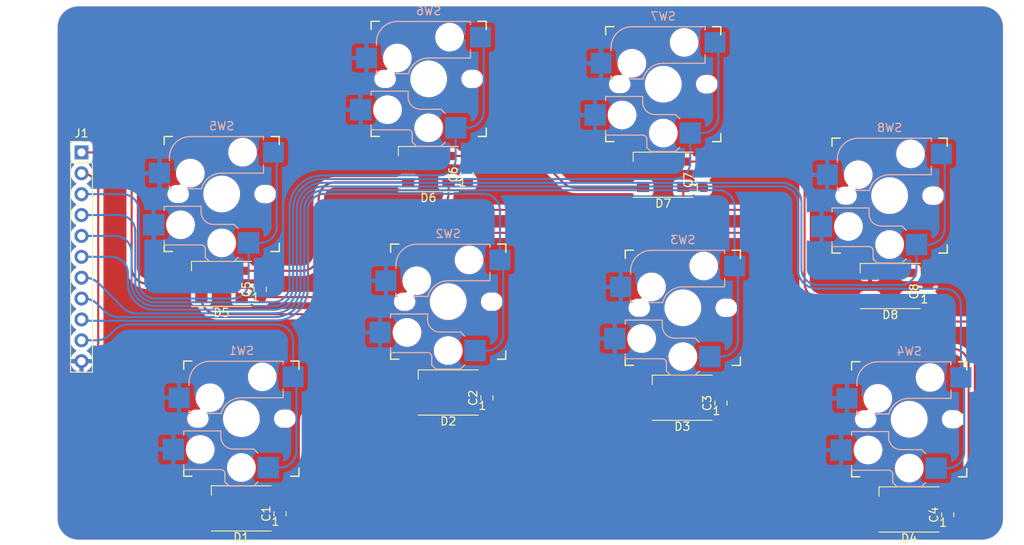
<source format=kicad_pcb>
(kicad_pcb (version 20221018) (generator pcbnew)
  (layers (0 "F.Cu" signal) (31 "B.Cu" signal) (34 "B.Paste" user) (35 "F.Paste" user) (36 "B.SilkS" user "B.Silkscreen") (37 "F.SilkS" user "F.Silkscreen") (38 "B.Mask" user) (39 "F.Mask" user) (44 "Edge.Cuts" user))
  (net 0 "")
  (net 1 "GND")
  (net 2 "+5V")
  (net 3 "Net-(D1-Pad2)")
  (net 4 "LED_IN")
  (net 5 "Net-(D2-Pad2)")
  (net 6 "Net-(D3-Pad2)")
  (net 7 "Net-(D4-Pad2)")
  (net 8 "Net-(D5-Pad2)")
  (net 9 "Net-(D6-Pad2)")
  (net 10 "Net-(D7-Pad2)")
  (net 11 "Net-(D8-Pad2)")
  (net 12 "BTN_MS")
  (net 13 "BTN_LS")
  (net 14 "BTN_Y")
  (net 15 "BTN_R")
  (net 16 "BTN_UP")
  (net 17 "BTN_Z")
  (net 18 "BTN_X")
  (net 19 "BTN_B")
  (footprint "Capacitor_SMD:C_0805_2012Metric" (layer "F.Cu") (at 110.236 94.757 90)
    (fp_text reference "C1")
    (fp_text value "C")
  )
  (footprint "Capacitor_SMD:C_0805_2012Metric" (layer "F.Cu") (at 135.382 80.66 90)
    (fp_text reference "C2")
    (fp_text value "C")
  )
  (footprint "Capacitor_SMD:C_0805_2012Metric" (layer "F.Cu") (at 163.83 81.295 90)
    (fp_text reference "C3")
    (fp_text value "C")
  )
  (footprint "Capacitor_SMD:C_0805_2012Metric" (layer "F.Cu") (at 191.389 94.884 90)
    (fp_text reference "C4")
    (fp_text value "C")
  )
  (footprint "Capacitor_SMD:C_0805_2012Metric" (layer "F.Cu") (at 107.823 67.452 90)
    (fp_text reference "C5")
    (fp_text value "C")
  )
  (footprint "Capacitor_SMD:C_0805_2012Metric" (layer "F.Cu") (at 132.969 53.482 90)
    (fp_text reference "C6")
    (fp_text value "C")
  )
  (footprint "Capacitor_SMD:C_0805_2012Metric" (layer "F.Cu") (at 161.544 54.168 90)
    (fp_text reference "C7")
    (fp_text value "C")
  )
  (footprint "Capacitor_SMD:C_0805_2012Metric" (layer "F.Cu") (at 188.976 67.706 90)
    (fp_text reference "C8")
    (fp_text value "C")
  )
  (footprint "LED_SMD:LED_WS2812B_PLCC4_5.0x5.0mm_P3.2mm" (layer "F.Cu") (at 105.537 94.107 180)
    (fp_text reference "D1")
    (fp_text value "WS2812B")
  )
  (footprint "LED_SMD:LED_WS2812B_PLCC4_5.0x5.0mm_P3.2mm" (layer "F.Cu") (at 130.683 80.01 180)
    (fp_text reference "D2")
    (fp_text value "WS2812B")
  )
  (footprint "LED_SMD:LED_WS2812B_PLCC4_5.0x5.0mm_P3.2mm" (layer "F.Cu") (at 159.131 80.645 180)
    (fp_text reference "D3")
    (fp_text value "WS2812B")
  )
  (footprint "LED_SMD:LED_WS2812B_PLCC4_5.0x5.0mm_P3.2mm" (layer "F.Cu") (at 186.69 94.234 180)
    (fp_text reference "D4")
    (fp_text value "WS2812B")
  )
  (footprint "LED_SMD:LED_WS2812B_PLCC4_5.0x5.0mm_P3.2mm" (layer "F.Cu") (at 103.124 66.802 180)
    (fp_text reference "D5")
    (fp_text value "WS2812B")
  )
  (footprint "LED_SMD:LED_WS2812B_PLCC4_5.0x5.0mm_P3.2mm" (layer "F.Cu") (at 128.27 52.832 180)
    (fp_text reference "D6")
    (fp_text value "WS2812B")
  )
  (footprint "LED_SMD:LED_WS2812B_PLCC4_5.0x5.0mm_P3.2mm" (layer "F.Cu") (at 156.808 53.518 180)
    (fp_text reference "D7")
    (fp_text value "WS2812B")
  )
  (footprint "LED_SMD:LED_WS2812B_PLCC4_5.0x5.0mm_P3.2mm" (layer "F.Cu") (at 184.404 67.056 180)
    (fp_text reference "D8")
    (fp_text value "WS2812B")
  )
  (footprint "Connector_PinHeader_2.54mm:PinHeader_1x11_P2.54mm_Vertical" (layer "F.Cu") (at 86.106 50.8)
    (fp_text reference "J1")
    (fp_text value "Conn_01x11")
  )
  (footprint "mx+choc_socket:MX+Choc_socket" (layer "F.Cu") (at 108.077 78.105)
    (fp_text reference "SW1")
    (fp_text value "SW_Push")
  )
  (footprint "mx+choc_socket:MX+Choc_socket" (layer "F.Cu") (at 133.212 63.873)
    (fp_text reference "SW2")
    (fp_text value "SW_Push")
  )
  (footprint "mx+choc_socket:MX+Choc_socket" (layer "F.Cu") (at 161.734 64.617)
    (fp_text reference "SW3")
    (fp_text value "SW_Push")
  )
  (footprint "mx+choc_socket:MX+Choc_socket" (layer "F.Cu") (at 189.245 78.177)
    (fp_text reference "SW4")
    (fp_text value "SW_Push")
  )
  (footprint "mx+choc_socket:MX+Choc_socket" (layer "F.Cu") (at 105.686 50.777)
    (fp_text reference "SW5")
    (fp_text value "SW_Push")
  )
  (footprint "mx+choc_socket:MX+Choc_socket" (layer "F.Cu") (at 130.842 36.774)
    (fp_text reference "SW6")
    (fp_text value "SW_Push")
  )
  (footprint "mx+choc_socket:MX+Choc_socket" (layer "F.Cu") (at 159.354 37.416)
    (fp_text reference "SW7")
    (fp_text value "SW_Push")
  )
  (footprint "mx+choc_socket:MX+Choc_socket" (layer "F.Cu") (at 186.865 50.976)
    (fp_text reference "SW8")
    (fp_text value "SW_Push")
  )
  (gr_arc (start 85.725 97.917) (mid 83.928949 97.173051) (end 83.185 95.377) (stroke (width 0.05)) (layer "Edge.Cuts"))
  (gr_line (start 83.185 95.377) (end 83.185 35.56) (stroke (width 0.05)) (layer "Edge.Cuts"))
  (gr_arc (start 83.185 35.56) (mid 83.928949 33.763949) (end 85.725 33.02) (stroke (width 0.05)) (layer "Edge.Cuts"))
  (gr_arc (start 198.12 95.377) (mid 197.376051 97.173051) (end 195.58 97.917) (stroke (width 0.05)) (layer "Edge.Cuts"))
  (gr_line (start 195.58 97.917) (end 85.725 97.917) (stroke (width 0.05)) (layer "Edge.Cuts"))
  (gr_line (start 85.725 33.02) (end 195.58 33.02) (stroke (width 0.05)) (layer "Edge.Cuts"))
  (gr_arc (start 195.58 33.02) (mid 197.376051 33.763949) (end 198.12 35.56) (stroke (width 0.05)) (layer "Edge.Cuts"))
  (gr_line (start 198.12 35.56) (end 198.12 95.377) (stroke (width 0.05)) (layer "Edge.Cuts"))
  (segment (start 116.427 86.106) (end 135.133 86.106) (width 0.25) (layer "F.Cu") (net 2))
  (segment (start 91.470786 51.253979) (end 91.616213 51.385786) (width 0.25) (layer "F.Cu") (net 2))
  (segment (start 172.491965 71.364369) (end 172.297819 71.33557) (width 0.25) (layer "F.Cu") (net 2))
  (segment (start 113.695786 95.25302) (end 113.841213 95.121213) (width 0.25) (layer "F.Cu") (net 2))
  (segment (start 194.033569 95.74788) (end 193.84318 95.79557) (width 0.25) (layer "F.Cu") (net 2))
  (segment (start 114.38857 94.09718) (end 114.417369 93.903034) (width 0.25) (layer "F.Cu") (net 2))
  (segment (start 172.10743 71.28788) (end 171.922633 71.221759) (width 0.25) (layer "F.Cu") (net 2))
  (segment (start 170.451842 58.842206) (end 170.535759 59.019633) (width 0.25) (layer "F.Cu") (net 2))
  (segment (start 135.133 86.106) (end 163.581 86.106) (width 0.25) (layer "F.Cu") (net 2))
  (segment (start 133.14263 84.302034) (end 133.133 84.106) (width 0.25) (layer "F.Cu") (net 2))
  (segment (start 161.73324 84.871366) (end 161.817157 85.048793) (width 0.25) (layer "F.Cu") (net 2))
  (segment (start 114.57924 87.340633) (end 114.513119 87.52543) (width 0.25) (layer "F.Cu") (net 2))
  (segment (start 104.112051 67.087066) (end 104.006208 67.033789) (width 0.25) (layer "F.Cu") (net 2))
  (segment (start 195.216842 72.431206) (end 195.300759 72.608633) (width 0.25) (layer "F.Cu") (net 2))
  (segment (start 189.14 96.282) (end 189.14 95.834) (width 0.25) (layer "F.Cu") (net 2))
  (segment (start 170.60188 59.20443) (end 170.64957 59.394819) (width 0.25) (layer "F.Cu") (net 2))
  (segment (start 184.854 71.374) (end 185.050034 71.364369) (width 0.25) (layer "F.Cu") (net 2))
  (segment (start 114.274759 94.472366) (end 114.34088 94.287569) (width 0.25) (layer "F.Cu") (net 2))
  (segment (start 129.988786 57.33102) (end 129.83114 57.447939) (width 0.25) (layer "F.Cu") (net 2))
  (segment (start 114.880979 86.837213) (end 114.76406 86.994859) (width 0.25) (layer "F.Cu") (net 2))
  (segment (start 94.005965 66.792369) (end 93.811819 66.76357) (width 0.25) (layer "F.Cu") (net 2))
  (segment (start 170.23402 86.837213) (end 170.102213 86.691786) (width 0.25) (layer "F.Cu") (net 2))
  (segment (start 193.649034 95.824369) (end 193.453 95.834) (width 0.25) (layer "F.Cu") (net 2))
  (segment (start 116.367366 68.249759) (end 116.544793 68.165842) (width 0.25) (layer "F.Cu") (net 2))
  (segment (start 188.976 68.656) (end 186.854 68.656) (width 0.25) (layer "F.Cu") (net 2))
  (segment (start 159.17188 56.365569) (end 159.21957 56.17518) (width 0.25) (layer "F.Cu") (net 2))
  (segment (start 161.59063 84.302034) (end 161.619429 84.49618) (width 0.25) (layer "F.Cu") (net 2))
  (segment (start 171.576859 96.944939) (end 171.745206 97.045842) (width 0.25) (layer "F.Cu") (net 2))
  (segment (start 157.258 57.785) (end 157.454034 57.775369) (width 0.25) (layer "F.Cu") (net 2))
  (segment (start 189.135184 96.380017) (end 189.14 96.282) (width 0.25) (layer "F.Cu") (net 2))
  (segment (start 129.662793 57.548842) (end 129.485366 57.632759) (width 0.25) (layer "F.Cu") (net 2))
  (segment (start 117.688119 59.20443) (end 117.640429 59.394819) (width 0.25) (layer "F.Cu") (net 2))
  (segment (start 172.10743 97.19588) (end 172.297819 97.24357) (width 0.25) (layer "F.Cu") (net 2))
  (segment (start 133.369157 85.048793) (end 133.28524 84.871366) (width 0.25) (layer "F.Cu") (net 2))
  (segment (start 92.049759 52.034633) (end 92.11588 52.21943) (width 0.25) (layer "F.Cu") (net 2))
  (segment (start 169.79914 58.12206) (end 169.956786 58.238979) (width 0.25) (layer "F.Cu") (net 2))
  (segment (start 171.02506 70.48514) (end 170.924157 70.316793) (width 0.25) (layer "F.Cu") (net 2))
  (segment (start 92.655979 66.070786) (end 92.53906 65.91314) (width 0.25) (layer "F.Cu") (net 2))
  (segment (start 115.99218 68.36357) (end 116.182569 68.31588) (width 0.25) (layer "F.Cu") (net 2))
  (segment (start 112.623034 95.697369) (end 112.81718 95.66857) (width 0.25) (layer "F.Cu") (net 2))
  (segment (start 113.97302 94.975786) (end 114.089939 94.81814) (width 0.25) (layer "F.Cu") (net 2))
  (segment (start 103.560605 66.87435) (end 103.444989 66.848387) (width 0.25) (layer "F.Cu") (net 2))
  (segment (start 171.745206 97.045842) (end 171.922633 97.129759) (width 0.25) (layer "F.Cu") (net 2))
  (segment (start 110.236 95.707) (end 107.987 95.707) (width 0.25) (layer "F.Cu") (net 2))
  (segment (start 92.202 64.802) (end 92.202 52.8) (width 0.25) (layer "F.Cu") (net 2))
  (segment (start 112.427 95.707) (end 110.236 95.707) (width 0.25) (layer "F.Cu") (net 2))
  (segment (start 133.133 81.61) (end 135.382 81.61) (width 0.25) (layer "F.Cu") (net 2))
  (segment (start 171.141979 70.642786) (end 171.02506 70.48514) (width 0.25) (layer "F.Cu") (net 2))
  (segment (start 119.602 57.785) (end 119.405965 57.79463) (width 0.25) (layer "F.Cu") (net 2))
  (segment (start 104.412144 67.277098) (end 104.315264 67.208867) (width 0.25) (layer "F.Cu") (net 2))
  (segment (start 158.672213 57.199213) (end 158.80402 57.053786) (width 0.25) (layer "F.Cu") (net 2))
  (segment (start 158.36914 57.447939) (end 158.526786 57.33102) (width 0.25) (layer "F.Cu") (net 2))
  (segment (start 171.576859 71.036939) (end 171.419213 70.92002) (width 0.25) (layer "F.Cu") (net 2))
  (segment (start 114.089939 94.81814) (end 114.190842 94.649793) (width 0.25) (layer "F.Cu") (net 2))
  (segment (start 117.602 59.785) (end 117.602 66.402) (width 0.25) (layer "F.Cu") (net 2))
  (segment (start 116.544793 68.165842) (end 116.71314 68.064939) (width 0.25) (layer "F.Cu") (net 2))
  (segment (start 118.055979 58.516213) (end 117.93906 58.673859) (width 0.25) (layer "F.Cu") (net 2))
  (segment (start 129.300569 57.69888) (end 129.11018 57.74657) (width 0.25) (layer "F.Cu") (net 2))
  (segment (start 157.454034 57.775369) (end 157.64818 57.74657) (width 0.25) (layer "F.Cu") (net 2))
  (segment (start 162.638206 85.869842) (end 162.815633 85.953759) (width 0.25) (layer "F.Cu") (net 2))
  (segment (start 186.516939 70.48514) (end 186.617842 70.316793) (width 0.25) (layer "F.Cu") (net 2))
  (segment (start 92.288119 65.382569) (end 92.240429 65.19218) (width 0.25) (layer "F.Cu") (net 2))
  (segment (start 130.26602 57.053786) (end 130.134213 57.199213) (width 0.25) (layer "F.Cu") (net 2))
  (segment (start 133.864213 85.65202) (end 133.718786 85.520213) (width 0.25) (layer "F.Cu") (net 2))
  (segment (start 118.187786 58.370786) (end 118.055979 58.516213) (width 0.25) (layer "F.Cu") (net 2))
  (segment (start 159.21957 56.17518) (end 159.248369 55.981034) (width 0.25) (layer "F.Cu") (net 2))
  (segment (start 93.090859 66.464939) (end 92.933213 66.34802) (width 0.25) (layer "F.Cu") (net 2))
  (segment (start 186.701759 70.139366) (end 186.76788 69.954569) (width 0.25) (layer "F.Cu") (net 2))
  (segment (start 114.513119 87.52543) (end 114.465429 87.715819) (width 0.25) (layer "F.Cu") (net 2))
  (segment (start 188.971469 96.83757) (end 189.021921 96.753396) (width 0.25) (layer "F.Cu") (net 2))
  (segment (start 169.630793 58.021157) (end 169.79914 58.12206) (width 0.25) (layer "F.Cu") (net 2))
  (segment (start 128.916034 57.775369) (end 128.72 57.785) (width 0.25) (layer "F.Cu") (net 2))
  (segment (start 115.602 68.402) (end 115.798034 68.392369) (width 0.25) (layer "F.Cu") (net 2))
  (segment (start 93.436633 66.649759) (end 93.259206 66.565842) (width 0.25) (layer "F.Cu") (net 2))
  (segment (start 189.021921 96.753396) (end 189.063879 96.664683) (width 0.25) (layer "F.Cu") (net 2))
  (segment (start 103.444989 66.848387) (end 103.328238 66.828129) (width 0.25) (layer "F.Cu") (net 2))
  (segment (start 90.398034 50.80963) (end 90.59218 50.838429) (width 0.25) (layer "F.Cu") (net 2))
  (segment (start 170.535759 59.019633) (end 170.60188 59.20443) (width 0.25) (layer "F.Cu") (net 2))
  (segment (start 171.419213 70.92002) (end 171.273786 70.788213) (width 0.25) (layer "F.Cu") (net 2))
  (segment (start 104.50556 67.35) (end 104.412144 67.277098) (width 0.25) (layer "F.Cu") (net 2))
  (segment (start 162.469859 85.768939) (end 162.638206 85.869842) (width 0.25) (layer "F.Cu") (net 2))
  (segment (start 92.16357 52.409819) (end 92.192369 52.603965) (width 0.25) (layer "F.Cu") (net 2))
  (segment (start 194.867213 71.959786) (end 194.99902 72.105213) (width 0.25) (layer "F.Cu") (net 2))
  (segment (start 170.102213 86.691786) (end 169.956786 86.559979) (width 0.25) (layer "F.Cu") (net 2))
  (segment (start 103.092459 66.804907) (end 102.974 66.802) (width 0.25) (layer "F.Cu") (net 2))
  (segment (start 172.297819 71.33557) (end 172.10743 71.28788) (width 0.25) (layer "F.Cu") (net 2))
  (segment (start 185.434569 71.28788) (end 185.619366 71.221759) (width 0.25) (layer "F.Cu") (net 2))
  (segment (start 117.56357 66.79218) (end 117.592369 66.598034) (width 0.25) (layer "F.Cu") (net 2))
  (segment (start 170.678369 59.588965) (end 170.688 59.785) (width 0.25) (layer "F.Cu") (net 2))
  (segment (start 117.93906 58.673859) (end 117.838157 58.842206) (width 0.25) (layer "F.Cu") (net 2))
  (segment (start 102.974 66.802) (end 94.202 66.802) (width 0.25) (layer "F.Cu") (net 2))
  (segment (start 113.53814 95.369939) (end 113.695786 95.25302) (width 0.25) (layer "F.Cu") (net 2))
  (segment (start 195.115939 94.94514) (end 194.99902 95.102786) (width 0.25) (layer "F.Cu") (net 2))
  (segment (start 193.84318 71.412429) (end 194.033569 71.460119) (width 0.25) (layer "F.Cu") (net 2))
  (segment (start 114.427 93.707) (end 114.427 88.106) (width 0.25) (layer "F.Cu") (net 2))
  (segment (start 195.453 93.834) (end 195.443369 94.030034) (width 0.25) (layer "F.Cu") (net 2))
  (segment (start 91.31314 51.13706) (end 91.470786 51.253979) (width 0.25) (layer "F.Cu") (net 2))
  (segment (start 161.619429 84.49618) (end 161.667119 84.686569) (width 0.25) (layer "F.Cu") (net 2))
  (segment (start 114.465429 87.715819) (end 114.43663 87.909965) (width 0.25) (layer "F.Cu") (net 2))
  (segment (start 114.190842 94.649793) (end 114.274759 94.472366) (width 0.25) (layer "F.Cu") (net 2))
  (segment (start 119.405965 57.79463) (end 119.211819 57.823429) (width 0.25) (layer "F.Cu") (net 2))
  (segment (start 117.016213 67.816213) (end 117.14802 67.670786) (width 0.25) (layer "F.Cu") (net 2))
  (segment (start 194.99902 72.105213) (end 195.115939 72.262859) (width 0.25) (layer "F.Cu") (net 2))
  (segment (start 161.581 84.106) (end 161.59063 84.302034) (width 0.25) (layer "F.Cu") (net 2))
  (segment (start 172.297819 97.24357) (end 172.491965 97.272369) (width 0.25) (layer "F.Cu") (net 2))
  (segment (start 194.867213 95.248213) (end 194.721786 95.38002) (width 0.25) (layer "F.Cu") (net 2))
  (segment (start 194.218366 95.681759) (end 194.033569 95.74788) (width 0.25) (layer "F.Cu") (net 2))
  (segment (start 169.268569 86.192119) (end 169.07818 86.144429) (width 0.25) (layer "F.Cu") (net 2))
  (segment (start 186.122786 70.92002) (end 186.268213 70.788213) (width 0.25) (layer "F.Cu") (net 2))
  (segment (start 130.567759 56.550366) (end 130.483842 56.727793) (width 0.25) (layer "F.Cu") (net 2))
  (segment (start 115.484206 86.342157) (end 115.315859 86.44306) (width 0.25) (layer "F.Cu") (net 2))
  (segment (start 194.033569 71.460119) (end 194.218366 71.52624) (width 0.25) (layer "F.Cu") (net 2))
  (segment (start 195.216842 94.776793) (end 195.115939 94.94514) (width 0.25) (layer "F.Cu") (net 2))
  (segment (start 92.933213 66.34802) (end 92.787786 66.216213) (width 0.25) (layer "F.Cu") (net 2))
  (segment (start 189.120785 96.47709) (end 189.135184 96.380017) (width 0.25) (layer "F.Cu") (net 2))
  (segment (start 195.443369 73.177965) (end 195.453 73.374) (width 0.25) (layer "F.Cu") (net 2))
  (segment (start 193.84318 95.79557) (end 193.649034 95.824369) (width 0.25) (layer "F.Cu") (net 2))
  (segment (start 195.36688 72.79343) (end 195.41457 72.983819) (width 0.25) (layer "F.Cu") (net 2))
  (segment (start 170.678369 87.909965) (end 170.64957 87.715819) (width 0.25) (layer "F.Cu") (net 2))
  (segment (start 113.841213 95.121213) (end 113.97302 94.975786) (width 0.25) (layer "F.Cu") (net 2))
  (segment (start 115.661633 86.25824) (end 115.484206 86.342157) (width 0.25) (layer "F.Cu") (net 2))
  (segment (start 134.190206 85.869842) (end 134.021859 85.768939) (width 0.25) (layer "F.Cu") (net 2))
  (segment (start 113.369793 95.470842) (end 113.53814 95.369939) (width 0.25) (layer "F.Cu") (net 2))
  (segment (start 104.315264 67.208867) (end 104.215153 67.145472) (width 0.25) (layer "F.Cu") (net 2))
  (segment (start 170.60188 87.52543) (end 170.535759 87.340633) (width 0.25) (layer "F.Cu") (net 2))
  (segment (start 188.847106 96.989106) (end 188.91301 96.916393) (width 0.25) (layer "F.Cu") (net 2))
  (segment (start 92.438157 65.744793) (end 92.35424 65.567366) (width 0.25) (layer "F.Cu") (net 2))
  (segment (start 170.535759 87.340633) (end 170.451842 87.163206) (width 0.25) (layer "F.Cu") (net 2))
  (segment (start 194.56414 95.496939) (end 194.395793 95.597842) (width 0.25) (layer "F.Cu") (net 2))
  (segment (start 104.006208 67.033789) (end 103.897879 66.98577) (width 0.25) (layer "F.Cu") (net 2))
  (segment (start 90.782569 50.886119) (end 90.967366 50.95224) (width 0.25) (layer "F.Cu") (net 2))
  (segment (start 170.924157 96.224793) (end 171.02506 96.39314) (width 0.25) (layer "F.Cu") (net 2))
  (segment (start 168.688 86.106) (end 163.581 86.106) (width 0.25) (layer "F.Cu") (net 2))
  (segment (start 188.611396 97.163921) (end 188.69557 97.113469) (width 0.25) (layer "F.Cu") (net 2))
  (segment (start 186.617842 70.316793) (end 186.701759 70.139366) (width 0.25) (layer "F.Cu") (net 2))
  (segment (start 117.61163 59.588965) (end 117.602 59.785) (width 0.25) (layer "F.Cu") (net 2))
  (segment (start 130.72 55.785) (end 130.710369 55.981034) (width 0.25) (layer "F.Cu") (net 2))
  (segment (start 195.41457 72.983819) (end 195.443369 73.177965) (width 0.25) (layer "F.Cu") (net 2))
  (segment (start 169.07818 86.144429) (end 168.884034 86.11563) (width 0.25) (layer "F.Cu") (net 2))
  (segment (start 158.200793 57.548842) (end 158.36914 57.447939) (width 0.25) (layer "F.Cu") (net 2))
  (segment (start 114.43663 87.909965) (end 114.427 88.106) (width 0.25) (layer "F.Cu") (net 2))
  (segment (start 170.69763 95.478034) (end 170.726429 95.67218) (width 0.25) (layer "F.Cu") (net 2))
  (segment (start 195.36688 94.414569) (end 195.300759 94.599366) (width 0.25) (layer "F.Cu") (net 2))
  (segment (start 170.688 95.282) (end 170.69763 95.478034) (width 0.25) (layer "F.Cu") (net 2))
  (segment (start 130.710369 55.981034) (end 130.68157 56.17518) (width 0.25) (layer "F.Cu") (net 2))
  (segment (start 170.451842 87.163206) (end 170.350939 86.994859) (width 0.25) (layer "F.Cu") (net 2))
  (segment (start 117.449759 67.167366) (end 117.51588 66.982569) (width 0.25) (layer "F.Cu") (net 2))
  (segment (start 171.745206 71.137842) (end 171.576859 71.036939) (width 0.25) (layer "F.Cu") (net 2))
  (segment (start 130.134213 57.199213) (end 129.988786 57.33102) (width 0.25) (layer "F.Cu") (net 2))
  (segment (start 133.171429 84.49618) (end 133.14263 84.302034) (width 0.25) (layer "F.Cu") (net 2))
  (segment (start 92.11588 52.21943) (end 92.16357 52.409819) (width 0.25) (layer "F.Cu") (net 2))
  (segment (start 114.76406 86.994859) (end 114.663157 87.163206) (width 0.25) (layer "F.Cu") (net 2))
  (segment (start 115.012786 86.691786) (end 114.880979 86.837213) (width 0.25) (layer "F.Cu") (net 2))
  (segment (start 189.063879 96.664683) (end 189.09694 96.572284) (width 0.25) (layer "F.Cu") (net 2))
  (segment (start 169.956786 86.559979) (end 169.79914 86.44306) (width 0.25) (layer "F.Cu") (net 2))
  (segment (start 91.965842 51.857206) (end 92.049759 52.034633) (width 0.25) (layer "F.Cu") (net 2))
  (segment (start 91.616213 51.385786) (end 91.74802 51.531213) (width 0.25) (layer "F.Cu") (net 2))
  (segment (start 170.688 88.106) (end 170.688 95.282) (width 0.25) (layer "F.Cu") (net 2))
  (segment (start 170.23402 58.516213) (end 170.350939 58.673859) (width 0.25) (layer "F.Cu") (net 2))
  (segment (start 94.202 66.802) (end 94.005965 66.792369) (width 0.25) (layer "F.Cu") (net 2))
  (segment (start 119.02143 57.871119) (end 118.836633 57.93724) (width 0.25) (layer "F.Cu") (net 2))
  (segment (start 163.190819 86.06757) (end 163.384965 86.096369) (width 0.25) (layer "F.Cu") (net 2))
  (segment (start 162.034979 85.374786) (end 162.166786 85.520213) (width 0.25) (layer "F.Cu") (net 2))
  (segment (start 193.453 71.374) (end 193.649034 71.38363) (width 0.25) (layer "F.Cu") (net 2))
  (segment (start 104.681106 67.509106) (end 104.595285 67.427398) (width 0.25) (layer "F.Cu") (net 2))
  (segment (start 116.427 86.106) (end 116.230965 86.11563) (width 0.25) (layer "F.Cu") (net 2))
  (segment (start 168.688 57.785) (end 157.258 57.785) (width 0.25) (layer "F.Cu") (net 2))
  (segment (start 134.55243 86.01988) (end 134.367633 85.953759) (width 0.25) (layer "F.Cu") (net 2))
  (segment (start 158.023366 57.632759) (end 158.200793 57.548842) (width 0.25) (layer "F.Cu") (net 2))
  (segment (start 170.69763 69.570034) (end 170.688 69.374) (width 0.25) (layer "F.Cu") (net 2))
  (segment (start 115.798034 68.392369) (end 115.99218 68.36357) (width 0.25) (layer "F.Cu") (net 2))
  (segment (start 170.102213 58.370786) (end 170.23402 58.516213) (width 0.25) (layer "F.Cu") (net 2))
  (segment (start 168.884034 86.11563) (end 168.688 86.106) (width 0.25) (layer "F.Cu") (net 2))
  (segment (start 159.248369 55.981034) (end 159.258 55.785) (width 0.25) (layer "F.Cu") (net 2))
  (segment (start 186.844369 69.570034) (end 186.854 69.374) (width 0.25) (layer "F.Cu") (net 2))
  (segment (start 170.688 88.106) (end 170.678369 87.909965) (width 0.25) (layer "F.Cu") (net 2))
  (segment (start 195.443369 94.030034) (end 195.41457 94.22418) (width 0.25) (layer "F.Cu") (net 2))
  (segment (start 117.264939 67.51314) (end 117.365842 67.344793) (width 0.25) (layer "F.Cu") (net 2))
  (segment (start 194.395793 95.597842) (end 194.218366 95.681759) (width 0.25) (layer "F.Cu") (net 2))
  (segment (start 162.312213 85.65202) (end 162.469859 85.768939) (width 0.25) (layer "F.Cu") (net 2))
  (segment (start 172.688 97.282) (end 188.14 97.282) (width 0.25) (layer "F.Cu") (net 2))
  (segment (start 161.544 55.118) (end 159.258 55.118) (width 0.25) (layer "F.Cu") (net 2))
  (segment (start 133.219119 84.686569) (end 133.171429 84.49618) (width 0.25) (layer "F.Cu") (net 2))
  (segment (start 158.920939 56.89614) (end 159.021842 56.727793) (width 0.25) (layer "F.Cu") (net 2))
  (segment (start 169.79914 86.44306) (end 169.630793 86.342157) (width 0.25) (layer "F.Cu") (net 2))
  (segment (start 188.238017 97.277184) (end 188.33509 97.262785) (width 0.25) (layer "F.Cu") (net 2))
  (segment (start 92.53906 65.91314) (end 92.438157 65.744793) (width 0.25) (layer "F.Cu") (net 2))
  (segment (start 186.81557 69.76418) (end 186.844369 69.570034) (width 0.25) (layer "F.Cu") (net 2))
  (segment (start 161.667119 84.686569) (end 161.73324 84.871366) (width 0.25) (layer "F.Cu") (net 2))
  (segment (start 171.273786 70.788213) (end 171.141979 70.642786) (width 0.25) (layer "F.Cu") (net 2))
  (segment (start 172.491965 97.272369) (end 172.688 97.282) (width 0.25) (layer "F.Cu") (net 2))
  (segment (start 170.726429 95.67218) (end 170.774119 95.862569) (width 0.25) (layer "F.Cu") (net 2))
  (segment (start 157.838569 57.69888) (end 158.023366 57.632759) (width 0.25) (layer "F.Cu") (net 2))
  (segment (start 168.688 57.785) (end 168.884034 57.79463) (width 0.25) (layer "F.Cu") (net 2))
  (segment (start 93.259206 66.565842) (end 93.090859 66.464939) (width 0.25) (layer "F.Cu") (net 2))
  (segment (start 93.62143 66.71588) (end 93.436633 66.649759) (width 0.25) (layer "F.Cu") (net 2))
  (segment (start 194.56414 71.71106) (end 194.721786 71.827979) (width 0.25) (layer "F.Cu") (net 2))
  (segment (start 129.485366 57.632759) (end 129.300569 57.69888) (width 0.25) (layer "F.Cu") (net 2))
  (segment (start 170.924157 70.316793) (end 170.84024 70.139366) (width 0.25) (layer "F.Cu") (net 2))
  (segment (start 195.41457 94.22418) (end 195.36688 94.414569) (width 0.25) (layer "F.Cu") (net 2))
  (segment (start 195.115939 72.262859) (end 195.216842 72.431206) (width 0.25) (layer "F.Cu") (net 2))
  (segment (start 117.75424 59.019633) (end 117.688119 59.20443) (width 0.25) (layer "F.Cu") (net 2))
  (segment (start 170.774119 95.862569) (end 170.84024 96.047366) (width 0.25) (layer "F.Cu") (net 2))
  (segment (start 115.315859 86.44306) (end 115.158213 86.559979) (width 0.25) (layer "F.Cu") (net 2))
  (segment (start 169.453366 57.93724) (end 169.630793 58.021157) (width 0.25) (layer "F.Cu") (net 2))
  (segment (start 185.619366 71.221759) (end 185.796793 71.137842) (width 0.25) (layer "F.Cu") (net 2))
  (segment (start 194.99902 95.102786) (end 194.867213 95.248213) (width 0.25) (layer "F.Cu") (net 2))
  (segment (start 103.674808 66.905954) (end 103.560605 66.87435) (width 0.25) (layer "F.Cu") (net 2))
  (segment (start 195.453 73.374) (end 195.453 93.834) (width 0.25) (layer "F.Cu") (net 2))
  (segment (start 158.526786 57.33102) (end 158.672213 57.199213) (width 0.25) (layer "F.Cu") (net 2))
  (segment (start 117.592369 66.598034) (end 117.602 66.402) (width 0.25) (layer "F.Cu") (net 2))
  (segment (start 171.02506 96.39314) (end 171.141979 96.550786) (width 0.25) (layer "F.Cu") (net 2))
  (segment (start 86.106 50.8) (end 90.202 50.8) (width 0.25) (layer "F.Cu") (net 2))
  (segment (start 163.384965 86.096369) (end 163.581 86.106) (width 0.25) (layer "F.Cu") (net 2))
  (segment (start 186.854 69.374) (end 186.854 68.656) (width 0.25) (layer "F.Cu") (net 2))
  (segment (start 186.76788 69.954569) (end 186.81557 69.76418) (width 0.25) (layer "F.Cu") (net 2))
  (segment (start 170.84024 96.047366) (end 170.924157 96.224793) (width 0.25) (layer "F.Cu") (net 2))
  (segment (start 172.688 71.374) (end 184.854 71.374) (width 0.25) (layer "F.Cu") (net 2))
  (segment (start 113.007569 95.62088) (end 113.192366 95.554759) (width 0.25) (layer "F.Cu") (net 2))
  (segment (start 118.659206 58.021157) (end 118.490859 58.12206) (width 0.25) (layer "F.Cu") (net 2))
  (segment (start 157.64818 57.74657) (end 157.838569 57.69888) (width 0.25) (layer "F.Cu") (net 2))
  (segment (start 117.838157 58.842206) (end 117.75424 59.019633) (width 0.25) (layer "F.Cu") (net 2))
  (segment (start 117.640429 59.394819) (end 117.61163 59.588965) (width 0.25) (layer "F.Cu") (net 2))
  (segment (start 172.688 71.374) (end 172.491965 71.364369) (width 0.25) (layer "F.Cu") (net 2))
  (segment (start 115.158213 86.559979) (end 115.012786 86.691786) (width 0.25) (layer "F.Cu") (net 2))
  (segment (start 133.28524 84.871366) (end 133.219119 84.686569) (width 0.25) (layer "F.Cu") (net 2))
  (segment (start 186.268213 70.788213) (end 186.40002 70.642786) (width 0.25) (layer "F.Cu") (net 2))
  (segment (start 161.91806 85.21714) (end 162.034979 85.374786) (width 0.25) (layer "F.Cu") (net 2))
  (segment (start 116.182569 68.31588) (end 116.367366 68.249759) (width 0.25) (layer "F.Cu") (net 2))
  (segment (start 193.453 95.834) (end 191.389 95.834) (width 0.25) (layer "F.Cu") (net 2))
  (segment (start 185.96514 71.036939) (end 186.122786 70.92002) (width 0.25) (layer "F.Cu") (net 2))
  (segment (start 92.35424 65.567366) (end 92.288119 65.382569) (width 0.25) (layer "F.Cu") (net 2))
  (segment (start 134.936965 86.096369) (end 134.742819 86.06757) (width 0.25) (layer "F.Cu") (net 2))
  (segment (start 159.021842 56.727793) (end 159.105759 56.550366) (width 0.25) (layer "F.Cu") (net 2))
  (segment (start 130.63388 56.365569) (end 130.567759 56.550366) (width 0.25) (layer "F.Cu") (net 2))
  (segment (start 170.688 69.374) (end 170.688 59.785) (width 0.25) (layer "F.Cu") (net 2))
  (segment (start 103.210634 66.813624) (end 103.092459 66.804907) (width 0.25) (layer "F.Cu") (net 2))
  (segment (start 90.967366 50.95224) (end 91.144793 51.036157) (width 0.25) (layer "F.Cu") (net 2))
  (segment (start 188.91301 96.916393) (end 188.971469 96.83757) (width 0.25) (layer "F.Cu") (net 2))
  (segment (start 119.211819 57.823429) (end 119.02143 57.871119) (width 0.25) (layer "F.Cu") (net 2))
  (segment (start 130.483842 56.727793) (end 130.382939 56.89614) (width 0.25) (layer "F.Cu") (net 2))
  (segment (start 193.649034 71.38363) (end 193.84318 71.412429) (width 0.25) (layer "F.Cu") (net 2))
  (segment (start 132.969 54.432) (end 130.72 54.432) (width 0.25) (layer "F.Cu") (net 2))
  (segment (start 169.956786 58.238979) (end 170.102213 58.370786) (width 0.25) (layer "F.Cu") (net 2))
  (segment (start 168.884034 57.79463) (end 169.07818 57.823429) (width 0.25) (layer "F.Cu") (net 2))
  (segment (start 93.811819 66.76357) (end 93.62143 66.71588) (width 0.25) (layer "F.Cu") (net 2))
  (segment (start 133.133 84.106) (end 133.133 81.61) (width 0.25) (layer "F.Cu") (net 2))
  (segment (start 169.07818 57.823429) (end 169.268569 57.871119) (width 0.25) (layer "F.Cu") (net 2))
  (segment (start 117.51588 66.982569) (end 117.56357 66.79218) (width 0.25) (layer "F.Cu") (net 2))
  (segment (start 191.389 95.834) (end 189.14 95.834) (width 0.25) (layer "F.Cu") (net 2))
  (segment (start 92.240429 65.19218) (end 92.21163 64.998034) (width 0.25) (layer "F.Cu") (net 2))
  (segment (start 159.258 55.785) (end 159.258 55.118) (width 0.25) (layer "F.Cu") (net 2))
  (segment (start 188.14 97.282) (end 188.238017 97.277184) (width 0.25) (layer "F.Cu") (net 2))
  (segment (start 117.365842 67.344793) (end 117.449759 67.167366) (width 0.25) (layer "F.Cu") (net 2))
  (segment (start 130.382939 56.89614) (end 130.26602 57.053786) (width 0.25) (layer "F.Cu") (net 2))
  (segment (start 170.350939 58.673859) (end 170.451842 58.842206) (width 0.25) (layer "F.Cu") (net 2))
  (segment (start 118.836633 57.93724) (end 118.659206 58.021157) (width 0.25) (layer "F.Cu") (net 2))
  (segment (start 171.922633 97.129759) (end 172.10743 97.19588) (width 0.25) (layer "F.Cu") (net 2))
  (segment (start 135.133 86.106) (end 134.936965 86.096369) (width 0.25) (layer "F.Cu") (net 2))
  (segment (start 194.721786 71.827979) (end 194.867213 71.959786) (width 0.25) (layer "F.Cu") (net 2))
  (segment (start 170.64957 87.715819) (end 170.60188 87.52543) (width 0.25) (layer "F.Cu") (net 2))
  (segment (start 162.166786 85.520213) (end 162.312213 85.65202) (width 0.25) (layer "F.Cu") (net 2))
  (segment (start 114.34088 94.287569) (end 114.38857 94.09718) (width 0.25) (layer "F.Cu") (net 2))
  (segment (start 161.581 84.106) (end 161.581 82.245) (width 0.25) (layer "F.Cu") (net 2))
  (segment (start 133.47006 85.21714) (end 133.369157 85.048793) (width 0.25) (layer "F.Cu") (net 2))
  (segment (start 115.602 68.402) (end 107.823 68.402) (width 0.25) (layer "F.Cu") (net 2))
  (segment (start 186.40002 70.642786) (end 186.516939 70.48514) (width 0.25) (layer "F.Cu") (net 2))
  (segment (start 114.417369 93.903034) (end 114.427 93.707) (width 0.25) (layer "F.Cu") (net 2))
  (segment (start 193.453 71.374) (end 184.854 71.374) (width 0.25) (layer "F.Cu") (net 2))
  (segment (start 118.333213 58.238979) (end 118.187786 58.370786) (width 0.25) (layer "F.Cu") (net 2))
  (segment (start 171.922633 71.221759) (end 171.745206 71.137842) (width 0.25) (layer "F.Cu") (net 2))
  (segment (start 170.350939 86.994859) (end 170.23402 86.837213) (width 0.25) (layer "F.Cu") (net 2))
  (segment (start 103.328238 66.828129) (end 103.210634 66.813624) (width 0.25) (layer "F.Cu") (net 2))
  (segment (start 91.144793 51.036157) (end 91.31314 51.13706) (width 0.25) (layer "F.Cu") (net 2))
  (segment (start 92.21163 64.998034) (end 92.202 64.802) (width 0.25) (layer "F.Cu") (net 2))
  (segment (start 194.395793 71.610157) (end 194.56414 71.71106) (width 0.25) (layer "F.Cu") (net 2))
  (segment (start 134.367633 85.953759) (end 134.190206 85.869842) (width 0.25) (layer "F.Cu") (net 2))
  (segment (start 133.718786 85.520213) (end 133.586979 85.374786) (width 0.25) (layer "F.Cu") (net 2))
  (segment (start 114.663157 87.163206) (end 114.57924 87.340633) (width 0.25) (layer "F.Cu") (net 2))
  (segment (start 128.72 57.785) (end 119.602 57.785) (width 0.25) (layer "F.Cu") (net 2))
  (segment (start 163.00043 86.01988) (end 163.190819 86.06757) (width 0.25) (layer "F.Cu") (net 2))
  (segment (start 158.80402 57.053786) (end 158.920939 56.89614) (width 0.25) (layer "F.Cu") (net 2))
  (segment (start 90.202 50.8) (end 90.398034 50.80963) (width 0.25) (layer "F.Cu") (net 2))
  (segment (start 129.83114 57.447939) (end 129.662793 57.548842) (width 0.25) (layer "F.Cu") (net 2))
  (segment (start 117.14802 67.670786) (end 117.264939 67.51314) (width 0.25) (layer "F.Cu") (net 2))
  (segment (start 161.581 82.245) (end 163.83 82.245) (width 0.25) (layer "F.Cu") (net 2))
  (segment (start 103.897879 66.98577) (end 103.787323 66.943124) (width 0.25) (layer "F.Cu") (net 2))
  (segment (start 104.215153 67.145472) (end 104.112051 67.087066) (width 0.25) (layer "F.Cu") (net 2))
  (segment (start 189.09694 96.572284) (end 189.120785 96.47709) (width 0.25) (layer "F.Cu") (net 2))
  (segment (start 161.817157 85.048793) (end 161.91806 85.21714) (width 0.25) (layer "F.Cu") (net 2))
  (segment (start 171.141979 96.550786) (end 171.273786 96.696213) (width 0.25) (layer "F.Cu") (net 2))
  (segment (start 162.815633 85.953759) (end 163.00043 86.01988) (width 0.25) (layer "F.Cu") (net 2))
  (segment (start 130.68157 56.17518) (end 130.63388 56.365569) (width 0.25) (layer "F.Cu") (net 2))
  (segment (start 112.81718 95.66857) (end 113.007569 95.62088) (width 0.25) (layer "F.Cu") (net 2))
  (segment (start 194.218366 71.52624) (end 194.395793 71.610157) (width 0.25) (layer "F.Cu") (net 2))
  (segment (start 195.300759 72.608633) (end 195.36688 72.79343) (width 0.25) (layer "F.Cu") (net 2))
  (segment (start 169.268569 57.871119) (end 169.453366 57.93724) (width 0.25) (layer "F.Cu") (net 2))
  (segment (start 171.419213 96.82802) (end 171.576859 96.944939) (width 0.25) (layer "F.Cu") (net 2))
  (segment (start 169.453366 86.25824) (end 169.268569 86.192119) (width 0.25) (layer "F.Cu") (net 2))
  (segment (start 159.105759 56.550366) (end 159.17188 56.365569) (width 0.25) (layer "F.Cu") (net 2))
  (segment (start 169.630793 86.342157) (end 169.453366 86.25824) (width 0.25) (layer "F.Cu") (net 2))
  (segment (start 185.050034 71.364369) (end 185.24418 71.33557) (width 0.25) (layer "F.Cu") (net 2))
  (segment (start 129.11018 57.74657) (end 128.916034 57.775369) (width 0.25) (layer "F.Cu") (net 2))
  (segment (start 194.721786 95.38002) (end 194.56414 95.496939) (width 0.25) (layer "F.Cu") (net 2))
  (segment (start 134.742819 86.06757) (end 134.55243 86.01988) (width 0.25) (layer "F.Cu") (net 2))
  (segment (start 92.787786 66.216213) (end 92.655979 66.070786) (width 0.25) (layer "F.Cu") (net 2))
  (segment (start 170.726429 69.76418) (end 170.69763 69.570034) (width 0.25) (layer "F.Cu") (net 2))
  (segment (start 104.681106 67.509106) (end 105.574 68.402) (width 0.25) (layer "F.Cu") (net 2))
  (segment (start 116.230965 86.11563) (end 116.036819 86.144429) (width 0.25) (layer "F.Cu") (net 2))
  (segment (start 185.796793 71.137842) (end 185.96514 71.036939) (width 0.25) (layer "F.Cu") (net 2))
  (segment (start 116.870786 67.94802) (end 117.016213 67.816213) (width 0.25) (layer "F.Cu") (net 2))
  (segment (start 91.864939 51.688859) (end 91.965842 51.857206) (width 0.25) (layer "F.Cu") (net 2))
  (segment (start 188.774393 97.05501) (end 188.847106 96.989106) (width 0.25) (layer "F.Cu") (net 2))
  (segment (start 116.036819 86.144429) (end 115.84643 86.192119) (width 0.25) (layer "F.Cu") (net 2))
  (segment (start 170.774119 69.954569) (end 170.726429 69.76418) (width 0.25) (layer "F.Cu") (net 2))
  (segment (start 170.64957 59.394819) (end 170.678369 59.588965) (width 0.25) (layer "F.Cu") (net 2))
  (segment (start 130.72 55.785) (end 130.72 54.432) (width 0.25) (layer "F.Cu") (net 2))
  (segment (start 134.021859 85.768939) (end 133.864213 85.65202) (width 0.25) (layer "F.Cu") (net 2))
  (segment (start 103.787323 66.943124) (end 103.674808 66.905954) (width 0.25) (layer "F.Cu") (net 2))
  (segment (start 188.33509 97.262785) (end 188.430284 97.23894) (width 0.25) (layer "F.Cu") (net 2))
  (segment (start 157.258 57.785) (end 128.72 57.785) (width 0.25) (layer "F.Cu") (net 2))
  (segment (start 113.192366 95.554759) (end 113.369793 95.470842) (width 0.25) (layer "F.Cu") (net 2))
  (segment (start 104.595285 67.427398) (end 104.50556 67.35) (width 0.25) (layer "F.Cu") (net 2))
  (segment (start 171.273786 96.696213) (end 171.419213 96.82802) (width 0.25) (layer "F.Cu") (net 2))
  (segment (start 185.24418 71.33557) (end 185.434569 71.28788) (width 0.25) (layer "F.Cu") (net 2))
  (segment (start 195.300759 94.599366) (end 195.216842 94.776793) (width 0.25) (layer "F.Cu") (net 2))
  (segment (start 188.430284 97.23894) (end 188.522683 97.205879) (width 0.25) (layer "F.Cu") (net 2))
  (segment (start 118.490859 58.12206) (end 118.333213 58.238979) (width 0.25) (layer "F.Cu") (net 2))
  (segment (start 116.71314 68.064939) (end 116.870786 67.94802) (width 0.25) (layer "F.Cu") (net 2))
  (segment (start 91.74802 51.531213) (end 91.864939 51.688859) (width 0.25) (layer "F.Cu") (net 2))
  (segment (start 188.522683 97.205879) (end 188.611396 97.163921) (width 0.25) (layer "F.Cu") (net 2))
  (segment (start 170.84024 70.139366) (end 170.774119 69.954569) (width 0.25) (layer "F.Cu") (net 2))
  (segment (start 133.586979 85.374786) (end 133.47006 85.21714) (width 0.25) (layer "F.Cu") (net 2))
  (segment (start 90.59218 50.838429) (end 90.782569 50.886119) (width 0.25) (layer "F.Cu") (net 2))
  (segment (start 92.192369 52.603965) (end 92.202 52.8) (width 0.25) (layer "F.Cu") (net 2))
  (segment (start 112.427 95.707) (end 112.623034 95.697369) (width 0.25) (layer "F.Cu") (net 2))
  (segment (start 115.84643 86.192119) (end 115.661633 86.25824) (width 0.25) (layer "F.Cu") (net 2))
  (segment (start 188.69557 97.113469) (end 188.774393 97.05501) (width 0.25) (layer "F.Cu") (net 2))
  (segment (start 107.823 68.402) (end 105.574 68.402) (width 0.25) (layer "F.Cu") (net 2))
  (segment (start 113.274369 90.703034) (end 113.284 90.507) (width 0.25) (layer "F.Cu") (net 3))
  (segment (start 113.520157 82.667206) (end 113.43624 82.844633) (width 0.25) (layer "F.Cu") (net 3))
  (segment (start 113.322429 83.219819) (end 113.29363 83.413965) (width 0.25) (layer "F.Cu") (net 3))
  (segment (start 113.131759 91.272366) (end 113.19788 91.087569) (width 0.25) (layer "F.Cu") (net 3))
  (segment (start 112.946939 91.61814) (end 113.047842 91.449793) (width 0.25) (layer "F.Cu") (net 3))
  (segment (start 113.737979 82.341213) (end 113.62106 82.498859) (width 0.25) (layer "F.Cu") (net 3))
  (segment (start 111.864569 92.42088) (end 112.049366 92.354759) (width 0.25) (layer "F.Cu") (net 3))
  (segment (start 113.24557 90.89718) (end 113.274369 90.703034) (width 0.25) (layer "F.Cu") (net 3))
  (segment (start 113.869786 82.195786) (end 113.737979 82.341213) (width 0.25) (layer "F.Cu") (net 3))
  (segment (start 112.698213 91.921213) (end 112.83002 91.775786) (width 0.25) (layer "F.Cu") (net 3))
  (segment (start 115.284 81.61) (end 128.233 81.61) (width 0.25) (layer "F.Cu") (net 3))
  (segment (start 113.43624 82.844633) (end 113.370119 83.02943) (width 0.25) (layer "F.Cu") (net 3))
  (segment (start 111.480034 92.497369) (end 111.67418 92.46857) (width 0.25) (layer "F.Cu") (net 3))
  (segment (start 114.015213 82.063979) (end 113.869786 82.195786) (width 0.25) (layer "F.Cu") (net 3))
  (segment (start 111.284 92.507) (end 111.480034 92.497369) (width 0.25) (layer "F.Cu") (net 3))
  (segment (start 113.19788 91.087569) (end 113.24557 90.89718) (width 0.25) (layer "F.Cu") (net 3))
  (segment (start 112.552786 92.05302) (end 112.698213 91.921213) (width 0.25) (layer "F.Cu") (net 3))
  (segment (start 113.62106 82.498859) (end 113.520157 82.667206) (width 0.25) (layer "F.Cu") (net 3))
  (segment (start 113.047842 91.449793) (end 113.131759 91.272366) (width 0.25) (layer "F.Cu") (net 3))
  (segment (start 114.893819 81.648429) (end 114.70343 81.696119) (width 0.25) (layer "F.Cu") (net 3))
  (segment (start 111.67418 92.46857) (end 111.864569 92.42088) (width 0.25) (layer "F.Cu") (net 3))
  (segment (start 113.284 90.507) (end 113.284 83.61) (width 0.25) (layer "F.Cu") (net 3))
  (segment (start 114.341206 81.846157) (end 114.172859 81.94706) (width 0.25) (layer "F.Cu") (net 3))
  (segment (start 112.049366 92.354759) (end 112.226793 92.270842) (width 0.25) (layer "F.Cu") (net 3))
  (segment (start 113.29363 83.413965) (end 113.284 83.61) (width 0.25) (layer "F.Cu") (net 3))
  (segment (start 115.087965 81.61963) (end 114.893819 81.648429) (width 0.25) (layer "F.Cu") (net 3))
  (segment (start 115.284 81.61) (end 115.087965 81.61963) (width 0.25) (layer "F.Cu") (net 3))
  (segment (start 112.226793 92.270842) (end 112.39514 92.169939) (width 0.25) (layer "F.Cu") (net 3))
  (segment (start 111.284 92.507) (end 107.987 92.507) (width 0.25) (layer "F.Cu") (net 3))
  (segment (start 113.370119 83.02943) (end 113.322429 83.219819) (width 0.25) (layer "F.Cu") (net 3))
  (segment (start 114.518633 81.76224) (end 114.341206 81.846157) (width 0.25) (layer "F.Cu") (net 3))
  (segment (start 114.70343 81.696119) (end 114.518633 81.76224) (width 0.25) (layer "F.Cu") (net 3))
  (segment (start 114.172859 81.94706) (end 114.015213 82.063979) (width 0.25) (layer "F.Cu") (net 3))
  (segment (start 112.39514 92.169939) (end 112.552786 92.05302) (width 0.25) (layer "F.Cu") (net 3))
  (segment (start 112.83002 91.775786) (end 112.946939 91.61814) (width 0.25) (layer "F.Cu") (net 3))
  (segment (start 88.09957 54.949819) (end 88.128369 55.143965) (width 0.25) (layer "F.Cu") (net 4))
  (segment (start 87.552213 53.925786) (end 87.68402 54.071213) (width 0.25) (layer "F.Cu") (net 4))
  (segment (start 87.080793 53.576157) (end 87.24914 53.67706) (width 0.25) (layer "F.Cu") (net 4))
  (segment (start 88.869213 95.25302) (end 89.026859 95.369939) (width 0.25) (layer "F.Cu") (net 4))
  (segment (start 86.334034 53.34963) (end 86.52818 53.378429) (width 0.25) (layer "F.Cu") (net 4))
  (segment (start 87.985759 54.574633) (end 88.05188 54.75943) (width 0.25) (layer "F.Cu") (net 4))
  (segment (start 88.176429 94.09718) (end 88.224119 94.287569) (width 0.25) (layer "F.Cu") (net 4))
  (segment (start 89.55743 95.62088) (end 89.747819 95.66857) (width 0.25) (layer "F.Cu") (net 4))
  (segment (start 86.52818 53.378429) (end 86.718569 53.426119) (width 0.25) (layer "F.Cu") (net 4))
  (segment (start 88.723786 95.121213) (end 88.869213 95.25302) (width 0.25) (layer "F.Cu") (net 4))
  (segment (start 88.29024 94.472366) (end 88.374157 94.649793) (width 0.25) (layer "F.Cu") (net 4))
  (segment (start 88.47506 94.81814) (end 88.591979 94.975786) (width 0.25) (layer "F.Cu") (net 4))
  (segment (start 88.591979 94.975786) (end 88.723786 95.121213) (width 0.25) (layer "F.Cu") (net 4))
  (segment (start 87.24914 53.67706) (end 87.406786 53.793979) (width 0.25) (layer "F.Cu") (net 4))
  (segment (start 88.05188 54.75943) (end 88.09957 54.949819) (width 0.25) (layer "F.Cu") (net 4))
  (segment (start 86.138 53.34) (end 86.334034 53.34963) (width 0.25) (layer "F.Cu") (net 4))
  (segment (start 87.901842 54.397206) (end 87.985759 54.574633) (width 0.25) (layer "F.Cu") (net 4))
  (segment (start 89.026859 95.369939) (end 89.195206 95.470842) (width 0.25) (layer "F.Cu") (net 4))
  (segment (start 88.138 55.34) (end 88.138 93.707) (width 0.25) (layer "F.Cu") (net 4))
  (segment (start 88.374157 94.649793) (end 88.47506 94.81814) (width 0.25) (layer "F.Cu") (net 4))
  (segment (start 90.138 95.707) (end 103.087 95.707) (width 0.25) (layer "F.Cu") (net 4))
  (segment (start 86.903366 53.49224) (end 87.080793 53.576157) (width 0.25) (layer "F.Cu") (net 4))
  (segment (start 88.224119 94.287569) (end 88.29024 94.472366) (width 0.25) (layer "F.Cu") (net 4))
  (segment (start 88.128369 55.143965) (end 88.138 55.34) (width 0.25) (layer "F.Cu") (net 4))
  (segment (start 89.941965 95.697369) (end 90.138 95.707) (width 0.25) (layer "F.Cu") (net 4))
  (segment (start 87.406786 53.793979) (end 87.552213 53.925786) (width 0.25) (layer "F.Cu") (net 4))
  (segment (start 89.372633 95.554759) (end 89.55743 95.62088) (width 0.25) (layer "F.Cu") (net 4))
  (segment (start 87.68402 54.071213) (end 87.800939 54.228859) (width 0.25) (layer "F.Cu") (net 4))
  (segment (start 86.718569 53.426119) (end 86.903366 53.49224) (width 0.25) (layer "F.Cu") (net 4))
  (segment (start 89.747819 95.66857) (end 89.941965 95.697369) (width 0.25) (layer "F.Cu") (net 4))
  (segment (start 87.800939 54.228859) (end 87.901842 54.397206) (width 0.25) (layer "F.Cu") (net 4))
  (segment (start 88.138 93.707) (end 88.14763 93.903034) (width 0.25) (layer "F.Cu") (net 4))
  (segment (start 88.14763 93.903034) (end 88.176429 94.09718) (width 0.25) (layer "F.Cu") (net 4))
  (segment (start 89.195206 95.470842) (end 89.372633 95.554759) (width 0.25) (layer "F.Cu") (net 4))
  (segment (start 149.023438 81.696998) (end 148.933712 81.6196) (width 0.25) (layer "F.Cu") (net 5))
  (segment (start 149.741675 82.103874) (end 149.63112 82.061228) (width 0.25) (layer "F.Cu") (net 5))
  (segment (start 149.63112 82.061228) (end 149.52279 82.013209) (width 0.25) (layer "F.Cu") (net 5))
  (segment (start 149.85419 82.141044) (end 149.741675 82.103874) (width 0.25) (layer "F.Cu") (net 5))
  (segment (start 149.213734 81.838131) (end 149.116854 81.7699) (width 0.25) (layer "F.Cu") (net 5))
  (segment (start 145.533323 78.551125) (end 145.643878 78.59377) (width 0.25) (layer "F.Cu") (net 5))
  (segment (start 146.427106 79.117106) (end 148.847893 81.537893) (width 0.25) (layer "F.Cu") (net 5))
  (segment (start 146.158144 78.885098) (end 146.251559 78.958) (width 0.25) (layer "F.Cu") (net 5))
  (segment (start 145.858051 78.695067) (end 145.961153 78.753473) (width 0.25) (layer "F.Cu") (net 5))
  (segment (start 145.420808 78.513955) (end 145.533323 78.551125) (width 0.25) (layer "F.Cu") (net 5))
  (segment (start 150.555 82.245) (end 156.681 82.245) (width 0.25) (layer "F.Cu") (net 5))
  (segment (start 144.72 78.41) (end 133.133 78.41) (width 0.25) (layer "F.Cu") (net 5))
  (segment (start 149.416947 81.959932) (end 149.313845 81.901526) (width 0.25) (layer "F.Cu") (net 5))
  (segment (start 145.643878 78.59377) (end 145.752208 78.64179) (width 0.25) (layer "F.Cu") (net 5))
  (segment (start 150.08401 82.198611) (end 149.968393 82.172649) (width 0.25) (layer "F.Cu") (net 5))
  (segment (start 144.838459 78.412908) (end 144.956634 78.421625) (width 0.25) (layer "F.Cu") (net 5))
  (segment (start 150.43654 82.242091) (end 150.318365 82.233374) (width 0.25) (layer "F.Cu") (net 5))
  (segment (start 145.074238 78.43613) (end 145.190989 78.456388) (width 0.25) (layer "F.Cu") (net 5))
  (segment (start 146.251559 78.958) (end 146.341285 79.035398) (width 0.25) (layer "F.Cu") (net 5))
  (segment (start 145.306605 78.48235) (end 145.420808 78.513955) (width 0.25) (layer "F.Cu") (net 5))
  (segment (start 149.52279 82.013209) (end 149.416947 81.959932) (width 0.25) (layer "F.Cu") (net 5))
  (segment (start 149.313845 81.901526) (end 149.213734 81.838131) (width 0.25) (layer "F.Cu") (net 5))
  (segment (start 146.341285 79.035398) (end 146.427106 79.117106) (width 0.25) (layer "F.Cu") (net 5))
  (segment (start 144.72 78.41) (end 144.838459 78.412908) (width 0.25) (layer "F.Cu") (net 5))
  (segment (start 145.190989 78.456388) (end 145.306605 78.48235) (width 0.25) (layer "F.Cu") (net 5))
  (segment (start 150.318365 82.233374) (end 150.200761 82.218869) (width 0.25) (layer "F.Cu") (net 5))
  (segment (start 145.752208 78.64179) (end 145.858051 78.695067) (width 0.25) (layer "F.Cu") (net 5))
  (segment (start 150.200761 82.218869) (end 150.08401 82.198611) (width 0.25) (layer "F.Cu") (net 5))
  (segment (start 146.061264 78.816868) (end 146.158144 78.885098) (width 0.25) (layer "F.Cu") (net 5))
  (segment (start 150.555 82.245) (end 150.43654 82.242091) (width 0.25) (layer "F.Cu") (net 5))
  (segment (start 144.956634 78.421625) (end 145.074238 78.43613) (width 0.25) (layer "F.Cu") (net 5))
  (segment (start 145.961153 78.753473) (end 146.061264 78.816868) (width 0.25) (layer "F.Cu") (net 5))
  (segment (start 149.116854 81.7699) (end 149.023438 81.696998) (width 0.25) (layer "F.Cu") (net 5))
  (segment (start 148.933712 81.6196) (end 148.847893 81.537893) (width 0.25) (layer "F.Cu") (net 5))
  (segment (start 149.968393 82.172649) (end 149.85419 82.141044) (width 0.25) (layer "F.Cu") (net 5))
  (segment (start 174.158206 95.597842) (end 173.989859 95.496939) (width 0.25) (layer "F.Cu") (net 6))
  (segment (start 173.989859 95.496939) (end 173.832213 95.38002) (width 0.25) (layer "F.Cu") (net 6))
  (segment (start 173.06257 80.654819) (end 173.091369 80.848965) (width 0.25) (layer "F.Cu") (net 6))
  (segment (start 172.64702 79.776213) (end 172.763939 79.933859) (width 0.25) (layer "F.Cu") (net 6))
  (segment (start 174.904965 95.824369) (end 174.710819 95.79557) (width 0.25) (layer "F.Cu") (net 6))
  (segment (start 174.710819 95.79557) (end 174.52043 95.74788) (width 0.25) (layer "F.Cu") (net 6))
  (segment (start 172.515213 79.630786) (end 172.64702 79.776213) (width 0.25) (layer "F.Cu") (net 6))
  (segment (start 174.52043 95.74788) (end 174.335633 95.681759) (width 0.25) (layer "F.Cu") (net 6))
  (segment (start 171.101 79.045) (end 161.581 79.045) (width 0.25) (layer "F.Cu") (net 6))
  (segment (start 171.866366 79.19724) (end 172.043793 79.281157) (width 0.25) (layer "F.Cu") (net 6))
  (segment (start 173.832213 95.38002) (end 173.686786 95.248213) (width 0.25) (layer "F.Cu") (net 6))
  (segment (start 171.297034 79.05463) (end 171.49118 79.083429) (width 0.25) (layer "F.Cu") (net 6))
  (segment (start 172.369786 79.498979) (end 172.515213 79.630786) (width 0.25) (layer "F.Cu") (net 6))
  (segment (start 173.091369 80.848965) (end 173.101 81.045) (width 0.25) (layer "F.Cu") (net 6))
  (segment (start 173.101 81.045) (end 173.101 93.834) (width 0.25) (layer "F.Cu") (net 6))
  (segment (start 172.763939 79.933859) (end 172.864842 80.102206) (width 0.25) (layer "F.Cu") (net 6))
  (segment (start 173.139429 94.22418) (end 173.11063 94.030034) (width 0.25) (layer "F.Cu") (net 6))
  (segment (start 173.43806 94.94514) (end 173.337157 94.776793) (width 0.25) (layer "F.Cu") (net 6))
  (segment (start 172.864842 80.102206) (end 172.948759 80.279633) (width 0.25) (layer "F.Cu") (net 6))
  (segment (start 172.21214 79.38206) (end 172.369786 79.498979) (width 0.25) (layer "F.Cu") (net 6))
  (segment (start 173.686786 95.248213) (end 173.554979 95.102786) (width 0.25) (layer "F.Cu") (net 6))
  (segment (start 175.101 95.834) (end 184.24 95.834) (width 0.25) (layer "F.Cu") (net 6))
  (segment (start 171.101 79.045) (end 171.297034 79.05463) (width 0.25) (layer "F.Cu") (net 6))
  (segment (start 173.187119 94.414569) (end 173.139429 94.22418) (width 0.25) (layer "F.Cu") (net 6))
  (segment (start 172.043793 79.281157) (end 172.21214 79.38206) (width 0.25) (layer "F.Cu") (net 6))
  (segment (start 171.49118 79.083429) (end 171.681569 79.131119) (width 0.25) (layer "F.Cu") (net 6))
  (segment (start 173.01488 80.46443) (end 173.06257 80.654819) (width 0.25) (layer "F.Cu") (net 6))
  (segment (start 171.681569 79.131119) (end 171.866366 79.19724) (width 0.25) (layer "F.Cu") (net 6))
  (segment (start 175.101 95.834) (end 174.904965 95.824369) (width 0.25) (layer "F.Cu") (net 6))
  (segment (start 173.337157 94.776793) (end 173.25324 94.599366) (width 0.25) (layer "F.Cu") (net 6))
  (segment (start 173.25324 94.599366) (end 173.187119 94.414569) (width 0.25) (layer "F.Cu") (net 6))
  (segment (start 174.335633 95.681759) (end 174.158206 95.597842) (width 0.25) (layer "F.Cu") (net 6))
  (segment (start 173.11063 94.030034) (end 173.101 93.834) (width 0.25) (layer "F.Cu") (net 6))
  (segment (start 173.554979 95.102786) (end 173.43806 94.94514) (width 0.25) (layer "F.Cu") (net 6))
  (segment (start 172.948759 80.279633) (end 173.01488 80.46443) (width 0.25) (layer "F.Cu") (net 6))
  (segment (start 119.211793 70.248842) (end 119.38014 70.147939) (width 0.25) (layer "F.Cu") (net 7))
  (segment (start 168.53863 72.872034) (end 168.567429 73.06618) (width 0.25) (layer "F.Cu") (net 7))
  (segment (start 193.343213 75.261786) (end 193.47502 75.407213) (width 0.25) (layer "F.Cu") (net 7))
  (segment (start 192.871793 92.397842) (end 192.694366 92.481759) (width 0.25) (layer "F.Cu") (net 7))
  (segment (start 193.84288 76.09543) (end 193.89057 76.285819) (width 0.25) (layer "F.Cu") (net 7))
  (segment (start 121.000213 61.032979) (end 121.157859 60.91606) (width 0.25) (layer "F.Cu") (net 7))
  (segment (start 192.509569 74.762119) (end 192.694366 74.82824) (width 0.25) (layer "F.Cu") (net 7))
  (segment (start 120.23057 68.87518) (end 120.259369 68.681034) (width 0.25) (layer "F.Cu") (net 7))
  (segment (start 167.294366 60.73124) (end 167.471793 60.815157) (width 0.25) (layer "F.Cu") (net 7))
  (segment (start 120.032842 69.427793) (end 120.116759 69.250366) (width 0.25) (layer "F.Cu") (net 7))
  (segment (start 119.683213 69.899213) (end 119.81502 69.753786) (width 0.25) (layer "F.Cu") (net 7))
  (segment (start 120.259369 68.681034) (end 120.269 68.485) (width 0.25) (layer "F.Cu") (net 7))
  (segment (start 100.82624 69.250366) (end 100.910157 69.427793) (width 0.25) (layer "F.Cu") (net 7))
  (segment (start 118.269 70.485) (end 118.465034 70.475369) (width 0.25) (layer "F.Cu") (net 7))
  (segment (start 120.42124 61.813633) (end 120.505157 61.636206) (width 0.25) (layer "F.Cu") (net 7))
  (segment (start 168.292842 61.636206) (end 168.376759 61.813633) (width 0.25) (layer "F.Cu") (net 7))
  (segment (start 119.034366 70.332759) (end 119.211793 70.248842) (width 0.25) (layer "F.Cu") (net 7))
  (segment (start 191.929 74.676) (end 192.125034 74.68563) (width 0.25) (layer "F.Cu") (net 7))
  (segment (start 102.09343 70.39888) (end 102.283819 70.44657) (width 0.25) (layer "F.Cu") (net 7))
  (segment (start 169.586206 74.439842) (end 169.763633 74.523759) (width 0.25) (layer "F.Cu") (net 7))
  (segment (start 166.529 60.579) (end 166.725034 60.58863) (width 0.25) (layer "F.Cu") (net 7))
  (segment (start 168.86606 73.78714) (end 168.982979 73.944786) (width 0.25) (layer "F.Cu") (net 7))
  (segment (start 170.529 74.676) (end 191.929 74.676) (width 0.25) (layer "F.Cu") (net 7))
  (segment (start 120.116759 69.250366) (end 120.18288 69.065569) (width 0.25) (layer "F.Cu") (net 7))
  (segment (start 193.919369 76.479965) (end 193.929 76.676) (width 0.25) (layer "F.Cu") (net 7))
  (segment (start 193.776759 91.399366) (end 193.692842 91.576793) (width 0.25) (layer "F.Cu") (net 7))
  (segment (start 193.591939 75.564859) (end 193.692842 75.733206) (width 0.25) (layer "F.Cu") (net 7))
  (segment (start 100.68363 68.681034) (end 100.712429 68.87518) (width 0.25) (layer "F.Cu") (net 7))
  (segment (start 169.260213 74.22202) (end 169.417859 74.338939) (width 0.25) (layer "F.Cu") (net 7))
  (segment (start 118.65918 70.44657) (end 118.849569 70.39888) (width 0.25) (layer "F.Cu") (net 7))
  (segment (start 120.27863 62.382965) (end 120.307429 62.188819) (width 0.25) (layer "F.Cu") (net 7))
  (segment (start 121.326206 60.815157) (end 121.503633 60.73124) (width 0.25) (layer "F.Cu") (net 7))
  (segment (start 170.138819 74.63757) (end 170.332965 74.666369) (width 0.25) (layer "F.Cu") (net 7))
  (segment (start 120.355119 61.99843) (end 120.42124 61.813633) (width 0.25) (layer "F.Cu") (net 7))
  (segment (start 193.776759 75.910633) (end 193.84288 76.09543) (width 0.25) (layer "F.Cu") (net 7))
  (segment (start 101.259786 69.899213) (end 101.405213 70.03102) (width 0.25) (layer "F.Cu") (net 7))
  (segment (start 119.931939 69.59614) (end 120.032842 69.427793) (width 0.25) (layer "F.Cu") (net 7))
  (segment (start 192.31918 74.714429) (end 192.509569 74.762119) (width 0.25) (layer "F.Cu") (net 7))
  (segment (start 192.31918 92.59557) (end 192.125034 92.624369) (width 0.25) (layer "F.Cu") (net 7))
  (segment (start 193.47502 91.902786) (end 193.343213 92.048213) (width 0.25) (layer "F.Cu") (net 7))
  (segment (start 100.674 68.485) (end 100.68363 68.681034) (width 0.25) (layer "F.Cu") (net 7))
  (segment (start 119.81502 69.753786) (end 119.931939 69.59614) (width 0.25) (layer "F.Cu") (net 7))
  (segment (start 121.503633 60.73124) (end 121.68843 60.665119) (width 0.25) (layer "F.Cu") (net 7))
  (segment (start 168.615119 73.256569) (end 168.68124 73.441366) (width 0.25) (layer "F.Cu") (net 7))
  (segment (start 169.114786 74.090213) (end 169.260213 74.22202) (width 0.25) (layer "F.Cu") (net 7))
  (segment (start 120.269 68.485) (end 120.269 62.579) (width 0.25) (layer "F.Cu") (net 7))
  (segment (start 192.125034 92.624369) (end 191.929 92.634) (width 0.25) (layer "F.Cu") (net 7))
  (segment (start 167.943213 61.164786) (end 168.07502 61.310213) (width 0.25) (layer "F.Cu") (net 7))
  (segment (start 121.878819 60.617429) (end 122.072965 60.58863) (width 0.25) (layer "F.Cu") (net 7))
  (segment (start 193.04014 92.296939) (end 192.871793 92.397842) (width 0.25) (layer "F.Cu") (net 7))
  (segment (start 119.38014 70.147939) (end 119.537786 70.03102) (width 0.25) (layer "F.Cu") (net 7))
  (segment (start 120.60606 61.467859) (end 120.722979 61.310213) (width 0.25) (layer "F.Cu") (net 7))
  (segment (start 193.929 90.634) (end 193.919369 90.830034) (width 0.25) (layer "F.Cu") (net 7))
  (segment (start 193.89057 76.285819) (end 193.919369 76.479965) (width 0.25) (layer "F.Cu") (net 7))
  (segment (start 120.505157 61.636206) (end 120.60606 61.467859) (width 0.25) (layer "F.Cu") (net 7))
  (segment (start 169.94843 74.58988) (end 170.138819 74.63757) (width 0.25) (layer "F.Cu") (net 7))
  (segment (start 193.89057 91.02418) (end 193.84288 91.214569) (width 0.25) (layer "F.Cu") (net 7))
  (segment (start 101.01106 69.59614) (end 101.127979 69.753786) (width 0.25) (layer "F.Cu") (net 7))
  (segment (start 168.376759 61.813633) (end 168.44288 61.99843) (width 0.25) (layer "F.Cu") (net 7))
  (segment (start 191.929 92.634) (end 189.14 92.634) (width 0.25) (layer "F.Cu") (net 7))
  (segment (start 168.982979 73.944786) (end 169.114786 74.090213) (width 0.25) (layer "F.Cu") (net 7))
  (segment (start 168.529 72.676) (end 168.53863 72.872034) (width 0.25) (layer "F.Cu") (net 7))
  (segment (start 121.157859 60.91606) (end 121.326206 60.815157) (width 0.25) (layer "F.Cu") (net 7))
  (segment (start 120.18288 69.065569) (end 120.23057 68.87518) (width 0.25) (layer "F.Cu") (net 7))
  (segment (start 101.127979 69.753786) (end 101.259786 69.899213) (width 0.25) (layer "F.Cu") (net 7))
  (segment (start 120.269 62.579) (end 120.27863 62.382965) (width 0.25) (layer "F.Cu") (net 7))
  (segment (start 192.694366 92.481759) (end 192.509569 92.54788) (width 0.25) (layer "F.Cu") (net 7))
  (segment (start 121.68843 60.665119) (end 121.878819 60.617429) (width 0.25) (layer "F.Cu") (net 7))
  (segment (start 166.91918 60.617429) (end 167.109569 60.665119) (width 0.25) (layer "F.Cu") (net 7))
  (segment (start 168.519369 62.382965) (end 168.529 62.579) (width 0.25) (layer "F.Cu") (net 7))
  (segment (start 169.417859 74.338939) (end 169.586206 74.439842) (width 0.25) (layer "F.Cu") (net 7))
  (segment (start 193.47502 75.407213) (end 193.591939 75.564859) (width 0.25) (layer "F.Cu") (net 7))
  (segment (start 118.465034 70.475369) (end 118.65918 70.44657) (width 0.25) (layer "F.Cu") (net 7))
  (segment (start 193.692842 91.576793) (end 193.591939 91.74514) (width 0.25) (layer "F.Cu") (net 7))
  (segment (start 193.591939 91.74514) (end 193.47502 91.902786) (width 0.25) (layer "F.Cu") (net 7))
  (segment (start 167.471793 60.815157) (end 167.64014 60.91606) (width 0.25) (layer "F.Cu") (net 7))
  (segment (start 120.307429 62.188819) (end 120.355119 61.99843) (width 0.25) (layer "F.Cu") (net 7))
  (segment (start 101.731206 70.248842) (end 101.908633 70.332759) (width 0.25) (layer "F.Cu") (net 7))
  (segment (start 193.04014 75.01306) (end 193.197786 75.129979) (width 0.25) (layer "F.Cu") (net 7))
  (segment (start 168.567429 73.06618) (end 168.615119 73.256569) (width 0.25) (layer "F.Cu") (net 7))
  (segment (start 168.44288 61.99843) (end 168.49057 62.188819) (width 0.25) (layer "F.Cu") (net 7))
  (segment (start 167.64014 60.91606) (end 167.797786 61.032979) (width 0.25) (layer "F.Cu") (net 7))
  (segment (start 118.849569 70.39888) (end 119.034366 70.332759) (width 0.25) (layer "F.Cu") (net 7))
  (segment (start 120.722979 61.310213) (end 120.854786 61.164786) (width 0.25) (layer "F.Cu") (net 7))
  (segment (start 192.694366 74.82824) (end 192.871793 74.912157) (width 0.25) (layer "F.Cu") (net 7))
  (segment (start 167.109569 60.665119) (end 167.294366 60.73124) (width 0.25) (layer "F.Cu") (net 7))
  (segment (start 101.562859 70.147939) (end 101.731206 70.248842) (width 0.25) (layer "F.Cu") (net 7))
  (segment (start 193.343213 92.048213) (end 193.197786 92.18002) (width 0.25) (layer "F.Cu") (net 7))
  (segment (start 193.197786 92.18002) (end 193.04014 92.296939) (width 0.25) (layer "F.Cu") (net 7))
  (segment (start 168.765157 73.618793) (end 168.86606 73.78714) (width 0.25) (layer "F.Cu") (net 7))
  (segment (start 192.509569 92.54788) (end 192.31918 92.59557) (width 0.25) (layer "F.Cu") (net 7))
  (segment (start 170.332965 74.666369) (end 170.529 74.676) (width 0.25) (layer "F.Cu") (net 7))
  (segment (start 102.674 70.485) (end 118.269 70.485) (width 0.25) (layer "F.Cu") (net 7))
  (segment (start 166.725034 60.58863) (end 166.91918 60.617429) (width 0.25) (layer "F.Cu") (net 7))
  (segment (start 168.68124 73.441366) (end 168.765157 73.618793) (width 0.25) (layer "F.Cu") (net 7))
  (segment (start 193.919369 90.830034) (end 193.89057 91.02418) (width 0.25) (layer "F.Cu") (net 7))
  (segment (start 169.763633 74.523759) (end 169.94843 74.58988) (width 0.25) (layer "F.Cu") (net 7))
  (segment (start 102.477965 70.475369) (end 102.674 70.485) (width 0.25) (layer "F.Cu") (net 7))
  (segment (start 193.84288 91.214569) (end 193.776759 91.399366) (width 0.25) (layer "F.Cu") (net 7))
  (segment (start 101.908633 70.332759) (end 102.09343 70.39888) (width 0.25) (layer "F.Cu") (net 7))
  (segment (start 100.910157 69.427793) (end 101.01106 69.59614) (width 0.25) (layer "F.Cu") (net 7))
  (segment (start 168.191939 61.467859) (end 168.292842 61.636206) (width 0.25) (layer "F.Cu") (net 7))
  (segment (start 168.07502 61.310213) (end 168.191939 61.467859) (width 0.25) (layer "F.Cu") (net 7))
  (segment (start 100.674 68.485) (end 100.674 68.402) (width 0.25) (layer "F.Cu") (net 7))
  (segment (start 101.405213 70.03102) (end 101.562859 70.147939) (width 0.25) (layer "F.Cu") (net 7))
  (segment (start 122.072965 60.58863) (end 122.269 60.579) (width 0.25) (layer "F.Cu") (net 7))
  (segment (start 119.537786 70.03102) (end 119.683213 69.899213) (width 0.25) (layer "F.Cu") (net 7))
  (segment (start 167.797786 61.032979) (end 167.943213 61.164786) (width 0.25) (layer "F.Cu") (net 7))
  (segment (start 193.197786 75.129979) (end 193.343213 75.261786) (width 0.25) (layer "F.Cu") (net 7))
  (segment (start 193.692842 75.733206) (end 193.776759 75.910633) (width 0.25) (layer "F.Cu") (net 7))
  (segment (start 100.760119 69.065569) (end 100.82624 69.250366) (width 0.25) (layer "F.Cu") (net 7))
  (segment (start 102.283819 70.44657) (end 102.477965 70.475369) (width 0.25) (layer "F.Cu") (net 7))
  (segment (start 192.871793 74.912157) (end 193.04014 75.01306) (width 0.25) (layer "F.Cu") (net 7))
  (segment (start 120.854786 61.164786) (end 121.000213 61.032979) (width 0.25) (layer "F.Cu") (net 7))
  (segment (start 122.269 60.579) (end 166.529 60.579) (width 0.25) (layer "F.Cu") (net 7))
  (segment (start 168.49057 62.188819) (end 168.519369 62.382965) (width 0.25) (layer "F.Cu") (net 7))
  (segment (start 193.929 76.676) (end 193.929 90.634) (width 0.25) (layer "F.Cu") (net 7))
  (segment (start 100.712429 68.87518) (end 100.760119 69.065569) (width 0.25) (layer "F.Cu") (net 7))
  (segment (start 192.125034 74.68563) (end 192.31918 74.714429) (width 0.25) (layer "F.Cu") (net 7))
  (segment (start 168.529 62.579) (end 168.529 72.676) (width 0.25) (layer "F.Cu") (net 7))
  (segment (start 115.992206 54.668157) (end 115.823859 54.76906) (width 0.25) (layer "F.Cu") (net 8))
  (segment (start 114.935 56.432) (end 114.935 63.202) (width 0.25) (layer "F.Cu") (net 8))
  (segment (start 115.520786 55.017786) (end 115.388979 55.163213) (width 0.25) (layer "F.Cu") (net 8))
  (segment (start 113.32518 65.16357) (end 113.515569 65.11588) (width 0.25) (layer "F.Cu") (net 8))
  (segment (start 114.782759 63.967366) (end 114.84888 63.782569) (width 0.25) (layer "F.Cu") (net 8))
  (segment (start 114.349213 64.616213) (end 114.48102 64.470786) (width 0.25) (layer "F.Cu") (net 8))
  (segment (start 113.515569 65.11588) (end 113.700366 65.049759) (width 0.25) (layer "F.Cu") (net 8))
  (segment (start 114.89657 63.59218) (end 114.925369 63.398034) (width 0.25) (layer "F.Cu") (net 8))
  (segment (start 116.935 54.432) (end 125.82 54.432) (width 0.25) (layer "F.Cu") (net 8))
  (segment (start 115.021119 55.85143) (end 114.973429 56.041819) (width 0.25) (layer "F.Cu") (net 8))
  (segment (start 116.169633 54.58424) (end 115.992206 54.668157) (width 0.25) (layer "F.Cu") (net 8))
  (segment (start 115.27206 55.320859) (end 115.171157 55.489206) (width 0.25) (layer "F.Cu") (net 8))
  (segment (start 114.925369 63.398034) (end 114.935 63.202) (width 0.25) (layer "F.Cu") (net 8))
  (segment (start 114.04614 64.864939) (end 114.203786 64.74802) (width 0.25) (layer "F.Cu") (net 8))
  (segment (start 116.935 54.432) (end 116.738965 54.44163) (width 0.25) (layer "F.Cu") (net 8))
  (segment (start 114.973429 56.041819) (end 114.94463 56.235965) (width 0.25) (layer "F.Cu") (net 8))
  (segment (start 116.544819 54.470429) (end 116.35443 54.518119) (width 0.25) (layer "F.Cu") (net 8))
  (segment (start 114.94463 56.235965) (end 114.935 56.432) (width 0.25) (layer "F.Cu") (net 8))
  (segment (start 115.388979 55.163213) (end 115.27206 55.320859) (width 0.25) (layer "F.Cu") (net 8))
  (segment (start 115.171157 55.489206) (end 115.08724 55.666633) (width 0.25) (layer "F.Cu") (net 8))
  (segment (start 116.35443 54.518119) (end 116.169633 54.58424) (width 0.25) (layer "F.Cu") (net 8))
  (segment (start 114.84888 63.782569) (end 114.89657 63.59218) (width 0.25) (layer "F.Cu") (net 8))
  (segment (start 112.935 65.202) (end 105.574 65.202) (width 0.25) (layer "F.Cu") (net 8))
  (segment (start 115.666213 54.885979) (end 115.520786 55.017786) (width 0.25) (layer "F.Cu") (net 8))
  (segment (start 113.131034 65.192369) (end 113.32518 65.16357) (width 0.25) (layer "F.Cu") (net 8))
  (segment (start 112.935 65.202) (end 113.131034 65.192369) (width 0.25) (layer "F.Cu") (net 8))
  (segment (start 113.700366 65.049759) (end 113.877793 64.965842) (width 0.25) (layer "F.Cu") (net 8))
  (segment (start 114.698842 64.144793) (end 114.782759 63.967366) (width 0.25) (layer "F.Cu") (net 8))
  (segment (start 114.597939 64.31314) (end 114.698842 64.144793) (width 0.25) (layer "F.Cu") (net 8))
  (segment (start 116.738965 54.44163) (end 116.544819 54.470429) (width 0.25) (layer "F.Cu") (net 8))
  (segment (start 114.203786 64.74802) (end 114.349213 64.616213) (width 0.25) (layer "F.Cu") (net 8))
  (segment (start 115.08724 55.666633) (end 115.021119 55.85143) (width 0.25) (layer "F.Cu") (net 8))
  (segment (start 114.48102 64.470786) (end 114.597939 64.31314) (width 0.25) (layer "F.Cu") (net 8))
  (segment (start 113.877793 64.965842) (end 114.04614 64.864939) (width 0.25) (layer "F.Cu") (net 8))
  (segment (start 115.823859 54.76906) (end 115.666213 54.885979) (width 0.25) (layer "F.Cu") (net 8))
  (segment (start 145.25579 54.886209) (end 145.149947 54.832932) (width 0.25) (layer "F.Cu") (net 9))
  (segment (start 141.643153 51.575473) (end 141.743264 51.638868) (width 0.25) (layer "F.Cu") (net 9))
  (segment (start 141.933559 51.78) (end 142.023285 51.857398) (width 0.25) (layer "F.Cu") (net 9))
  (segment (start 140.402 51.232) (end 140.520459 51.234908) (width 0.25) (layer "F.Cu") (net 9))
  (segment (start 142.023285 51.857398) (end 142.109106 51.939106) (width 0.25) (layer "F.Cu") (net 9))
  (segment (start 142.109106 51.939106) (end 144.580893 54.410893) (width 0.25) (layer "F.Cu") (net 9))
  (segment (start 145.046845 54.774526) (end 144.946734 54.711131) (width 0.25) (layer "F.Cu") (net 9))
  (segment (start 141.840144 51.707098) (end 141.933559 51.78) (width 0.25) (layer "F.Cu") (net 9))
  (segment (start 144.756438 54.569998) (end 144.666712 54.4926) (width 0.25) (layer "F.Cu") (net 9))
  (segment (start 144.946734 54.711131) (end 144.849854 54.6429) (width 0.25) (layer "F.Cu") (net 9))
  (segment (start 140.402 51.232) (end 130.72 51.232) (width 0.25) (layer "F.Cu") (net 9))
  (segment (start 145.149947 54.832932) (end 145.046845 54.774526) (width 0.25) (layer "F.Cu") (net 9))
  (segment (start 146.051365 55.106374) (end 145.933761 55.091869) (width 0.25) (layer "F.Cu") (net 9))
  (segment (start 145.81701 55.071611) (end 145.701393 55.045649) (width 0.25) (layer "F.Cu") (net 9))
  (segment (start 141.540051 51.517067) (end 141.643153 51.575473) (width 0.25) (layer "F.Cu") (net 9))
  (segment (start 140.756238 51.25813) (end 140.872989 51.278388) (width 0.25) (layer "F.Cu") (net 9))
  (segment (start 144.849854 54.6429) (end 144.756438 54.569998) (width 0.25) (layer "F.Cu") (net 9))
  (segment (start 140.520459 51.234908) (end 140.638634 51.243625) (width 0.25) (layer "F.Cu") (net 9))
  (segment (start 145.474675 54.976874) (end 145.36412 54.934228) (width 0.25) (layer "F.Cu") (net 9))
  (segment (start 141.434208 51.46379) (end 141.540051 51.517067) (width 0.25) (layer "F.Cu") (net 9))
  (segment (start 141.743264 51.638868) (end 141.840144 51.707098) (width 0.25) (layer "F.Cu") (net 9))
  (segment (start 144.666712 54.4926) (end 144.580893 54.410893) (width 0.25) (layer "F.Cu") (net 9))
  (segment (start 145.701393 55.045649) (end 145.58719 55.014044) (width 0.25) (layer "F.Cu") (net 9))
  (segment (start 146.288 55.118) (end 154.358 55.118) (width 0.25) (layer "F.Cu") (net 9))
  (segment (start 145.36412 54.934228) (end 145.25579 54.886209) (width 0.25) (layer "F.Cu") (net 9))
  (segment (start 141.325878 51.41577) (end 141.434208 51.46379) (width 0.25) (layer "F.Cu") (net 9))
  (segment (start 145.933761 55.091869) (end 145.81701 55.071611) (width 0.25) (layer "F.Cu") (net 9))
  (segment (start 146.16954 55.115091) (end 146.051365 55.106374) (width 0.25) (layer "F.Cu") (net 9))
  (segment (start 140.872989 51.278388) (end 140.988605 51.30435) (width 0.25) (layer "F.Cu") (net 9))
  (segment (start 140.988605 51.30435) (end 141.102808 51.335955) (width 0.25) (layer "F.Cu") (net 9))
  (segment (start 146.288 55.118) (end 146.16954 55.115091) (width 0.25) (layer "F.Cu") (net 9))
  (segment (start 141.215323 51.373125) (end 141.325878 51.41577) (width 0.25) (layer "F.Cu") (net 9))
  (segment (start 145.58719 55.014044) (end 145.474675 54.976874) (width 0.25) (layer "F.Cu") (net 9))
  (segment (start 141.102808 51.335955) (end 141.215323 51.373125) (width 0.25) (layer "F.Cu") (net 9))
  (segment (start 140.638634 51.243625) (end 140.756238 51.25813) (width 0.25) (layer "F.Cu") (net 9))
  (segment (start 175.99 68.656) (end 181.954 68.656) (width 0.25) (layer "F.Cu") (net 10))
  (segment (start 174.226157 67.598793) (end 174.14224 67.421366) (width 0.25) (layer "F.Cu") (net 10))
  (segment (start 172.570569 52.004119) (end 172.755366 52.07024) (width 0.25) (layer "F.Cu") (net 10))
  (segment (start 174.076119 67.236569) (end 174.028429 67.04618) (width 0.25) (layer "F.Cu") (net 10))
  (segment (start 173.258786 52.371979) (end 173.404213 52.503786) (width 0.25) (layer "F.Cu") (net 10))
  (segment (start 174.14224 67.421366) (end 174.076119 67.236569) (width 0.25) (layer "F.Cu") (net 10))
  (segment (start 174.443979 67.924786) (end 174.32706 67.76714) (width 0.25) (layer "F.Cu") (net 10))
  (segment (start 173.652939 52.806859) (end 173.753842 52.975206) (width 0.25) (layer "F.Cu") (net 10))
  (segment (start 174.32706 67.76714) (end 174.226157 67.598793) (width 0.25) (layer "F.Cu") (net 10))
  (segment (start 173.99963 66.852034) (end 173.99 66.656) (width 0.25) (layer "F.Cu") (net 10))
  (segment (start 175.99 68.656) (end 175.793965 68.646369) (width 0.25) (layer "F.Cu") (net 10))
  (segment (start 174.878859 68.318939) (end 174.721213 68.20202) (width 0.25) (layer "F.Cu") (net 10))
  (segment (start 173.404213 52.503786) (end 173.53602 52.649213) (width 0.25) (layer "F.Cu") (net 10))
  (segment (start 175.793965 68.646369) (end 175.599819 68.61757) (width 0.25) (layer "F.Cu") (net 10))
  (segment (start 171.99 51.918) (end 159.258 51.918) (width 0.25) (layer "F.Cu") (net 10))
  (segment (start 174.575786 68.070213) (end 174.443979 67.924786) (width 0.25) (layer "F.Cu") (net 10))
  (segment (start 172.755366 52.07024) (end 172.932793 52.154157) (width 0.25) (layer "F.Cu") (net 10))
  (segment (start 174.028429 67.04618) (end 173.99963 66.852034) (width 0.25) (layer "F.Cu") (net 10))
  (segment (start 173.90388 53.33743) (end 173.95157 53.527819) (width 0.25) (layer "F.Cu") (net 10))
  (segment (start 171.99 51.918) (end 172.186034 51.92763) (width 0.25) (layer "F.Cu") (net 10))
  (segment (start 173.53602 52.649213) (end 173.652939 52.806859) (width 0.25) (layer "F.Cu") (net 10))
  (segment (start 173.837759 53.152633) (end 173.90388 53.33743) (width 0.25) (layer "F.Cu") (net 10))
  (segment (start 175.224633 68.503759) (end 175.047206 68.419842) (width 0.25) (layer "F.Cu") (net 10))
  (segment (start 172.38018 51.956429) (end 172.570569 52.004119) (width 0.25) (layer "F.Cu") (net 10))
  (segment (start 172.932793 52.154157) (end 173.10114 52.25506) (width 0.25) (layer "F.Cu") (net 10))
  (segment (start 173.753842 52.975206) (end 173.837759 53.152633) (width 0.25) (layer "F.Cu") (net 10))
  (segment (start 174.721213 68.20202) (end 174.575786 68.070213) (width 0.25) (layer "F.Cu") (net 10))
  (segment (start 173.10114 52.25506) (end 173.258786 52.371979) (width 0.25) (layer "F.Cu") (net 10))
  (segment (start 173.980369 53.721965) (end 173.99 53.918) (width 0.25) (layer "F.Cu") (net 10))
  (segment (start 173.95157 53.527819) (end 173.980369 53.721965) (width 0.25) (layer "F.Cu") (net 10))
  (segment (start 175.599819 68.61757) (end 175.40943 68.56988) (width 0.25) (layer "F.Cu") (net 10))
  (segment (start 175.047206 68.419842) (end 174.878859 68.318939) (width 0.25) (layer "F.Cu") (net 10))
  (segment (start 172.186034 51.92763) (end 172.38018 51.956429) (width 0.25) (layer "F.Cu") (net 10))
  (segment (start 175.40943 68.56988) (end 175.224633 68.503759) (width 0.25) (layer "F.Cu") (net 10))
  (segment (start 173.99 66.656) (end 173.99 53.918) (width 0.25) (layer "F.Cu") (net 10))
  (segment (start 110.025272 69.876225) (end 109.753467 69.916544) (width 0.25) (layer "B.Cu") (net 12))
  (segment (start 93.163146 69.390731) (end 92.910912 69.203662) (width 0.25) (layer "B.Cu") (net 12))
  (segment (start 91.878761 67.65894) (end 91.802457 67.354318) (width 0.25) (layer "B.Cu") (net 12))
  (segment (start 110.79893 69.599406) (end 110.550533 69.716889) (width 0.25) (layer "B.Cu") (net 12))
  (segment (start 173.61863 65.125034) (end 173.609 64.929) (width 0.25) (layer "B.Cu") (net 12))
  (segment (start 93.716383 69.686443) (end 93.432501 69.552177) (width 0.25) (layer "B.Cu") (net 12))
  (segment (start 112.656871 56.18555) (end 112.818317 55.916195) (width 0.25) (layer "B.Cu") (net 12))
  (segment (start 91.802457 67.354318) (end 91.756378 67.043684) (width 0.25) (layer "B.Cu") (net 12))
  (segment (start 91.286992 64.231213) (end 91.403911 64.388859) (width 0.25) (layer "B.Cu") (net 12))
  (segment (start 173.845157 65.871793) (end 173.76124 65.694366) (width 0.25) (layer "B.Cu") (net 12))
  (segment (start 112.27902 57.69402) (end 112.27902 67.130027) (width 0.25) (layer "B.Cu") (net 12))
  (segment (start 114.254433 54.737605) (end 114.550109 54.63181) (width 0.25) (layer "B.Cu") (net 12))
  (segment (start 91.702542 65.109819) (end 91.731341 65.303965) (width 0.25) (layer "B.Cu") (net 12))
  (segment (start 91.155185 64.085786) (end 91.286992 64.231213) (width 0.25) (layer "B.Cu") (net 12))
  (segment (start 111.807134 68.685623) (end 111.643449 68.906328) (width 0.25) (layer "B.Cu") (net 12))
  (segment (start 92.910912 69.203662) (end 92.678229 68.992771) (width 0.25) (layer "B.Cu") (net 12))
  (segment (start 172.12744 54.676709) (end 171.905683 54.597363) (width 0.25) (layer "B.Cu") (net 12))
  (segment (start 171.444241 54.505576) (end 171.209 54.49402) (width 0.25) (layer "B.Cu") (net 12))
  (segment (start 94.627316 69.914619) (end 94.316681 69.868541) (width 0.25) (layer "B.Cu") (net 12))
  (segment (start 109.47902 69.930027) (end 94.940971 69.930029) (width 0.25) (layer "B.Cu") (net 12))
  (segment (start 173.204527 55.560651) (end 173.064225 55.371476) (width 0.25) (layer "B.Cu") (net 12))
  (segment (start 186.868786 66.47502) (end 186.71114 66.591939) (width 0.25) (layer "B.Cu") (net 12))
  (segment (start 173.505656 56.197336) (end 173.42631 55.975579) (width 0.25) (layer "B.Cu") (net 12))
  (segment (start 189.40601 61.96757) (end 189.211864 61.996369) (width 0.25) (layer "B.Cu") (net 12))
  (segment (start 173.609 56.89402) (end 173.609 64.929) (width 0.25) (layer "B.Cu") (net 12))
  (segment (start 94.940971 69.930029) (end 94.627316 69.914619) (width 0.25) (layer "B.Cu") (net 12))
  (segment (start 91.731341 65.303965) (end 91.740972 65.5) (width 0.25) (layer "B.Cu") (net 12))
  (segment (start 187.56157 65.31918) (end 187.51388 65.509569) (width 0.25) (layer "B.Cu") (net 12))
  (segment (start 114.550109 54.63181) (end 114.85473 54.555507) (width 0.25) (layer "B.Cu") (net 12))
  (segment (start 113.97055 54.871871) (end 114.254433 54.737605) (width 0.25) (layer "B.Cu") (net 12))
  (segment (start 92.678229 68.992771) (end 92.467337 68.760088) (width 0.25) (layer "B.Cu") (net 12))
  (segment (start 92.118822 68.238499) (end 91.984555 67.954616) (width 0.25) (layer "B.Cu") (net 12))
  (segment (start 112.41681 56.765109) (end 112.522605 56.469433) (width 0.25) (layer "B.Cu") (net 12))
  (segment (start 172.731543 55.038794) (end 172.542368 54.898492) (width 0.25) (layer "B.Cu") (net 12))
  (segment (start 111.458918 69.109925) (end 111.255321 69.294456) (width 0.25) (layer "B.Cu") (net 12))
  (segment (start 174.062979 66.197786) (end 173.94606 66.04014) (width 0.25) (layer "B.Cu") (net 12))
  (segment (start 94.01206 69.792237) (end 93.716383 69.686443) (width 0.25) (layer "B.Cu") (net 12))
  (segment (start 111.948399 68.449937) (end 111.807134 68.685623) (width 0.25) (layer "B.Cu") (net 12))
  (segment (start 112.340507 57.06973) (end 112.41681 56.765109) (width 0.25) (layer "B.Cu") (net 12))
  (segment (start 190.863589 60.771366) (end 190.779672 60.948793) (width 0.25) (layer "B.Cu") (net 12))
  (segment (start 187.14602 66.197786) (end 187.014213 66.343213) (width 0.25) (layer "B.Cu") (net 12))
  (segment (start 90.506338 63.65224) (end 90.683765 63.736157) (width 0.25) (layer "B.Cu") (net 12))
  (segment (start 191.01583 60.006) (end 191.01583 51.37683) (width 0.25) (layer "B.Cu") (net 12))
  (segment (start 185.796034 66.919369) (end 185.6 66.929) (width 0.25) (layer "B.Cu") (net 12))
  (segment (start 172.906056 55.196963) (end 172.731543 55.038794) (width 0.25) (layer "B.Cu") (net 12))
  (segment (start 91.740972 65.5) (end 91.740972 66.73003) (width 0.25) (layer "B.Cu") (net 12))
  (segment (start 175.02843 66.84288) (end 174.843633 66.776759) (width 0.25) (layer "B.Cu") (net 12))
  (segment (start 175.412965 66.919369) (end 175.218819 66.89057) (width 0.25) (layer "B.Cu") (net 12))
  (segment (start 91.009758 63.953979) (end 91.155185 64.085786) (width 0.25) (layer "B.Cu") (net 12))
  (segment (start 187.262939 66.04014) (end 187.14602 66.197786) (width 0.25) (layer "B.Cu") (net 12))
  (segment (start 190.9774 60.39618) (end 190.92971 60.586569) (width 0.25) (layer "B.Cu") (net 12))
  (segment (start 91.756378 67.043684) (end 91.740972 66.73003) (width 0.25) (layer "B.Cu") (net 12))
  (segment (start 92.467337 68.760088) (end 92.280267 68.507854) (width 0.25) (layer "B.Cu") (net 12))
  (segment (start 190.779672 60.948793) (end 190.678769 61.11714) (width 0.25) (layer "B.Cu") (net 12))
  (segment (start 173.647429 65.31918) (end 173.61863 65.125034) (width 0.25) (layer "B.Cu") (net 12))
  (segment (start 113.005386 55.663961) (end 113.216278 55.431278) (width 0.25) (layer "B.Cu") (net 12))
  (segment (start 112.27902 57.69402) (end 112.294428 57.380365) (width 0.25) (layer "B.Cu") (net 12))
  (segment (start 91.504814 64.557206) (end 91.588731 64.734633) (width 0.25) (layer "B.Cu") (net 12))
  (segment (start 91.403911 64.388859) (end 91.504814 64.557206) (width 0.25) (layer "B.Cu") (net 12))
  (segment (start 90.131152 63.538429) (end 90.321541 63.586119) (width 0.25) (layer "B.Cu") (net 12))
  (segment (start 113.701195 55.033317) (end 113.97055 54.871871) (width 0.25) (layer "B.Cu") (net 12))
  (segment (start 187.6 64.929) (end 187.590369 65.125034) (width 0.25) (layer "B.Cu") (net 12))
  (segment (start 173.597443 56.658778) (end 173.562884 56.425803) (width 0.25) (layer "B.Cu") (net 12))
  (segment (start 86.106 63.5) (end 89.740972 63.5) (width 0.25) (layer "B.Cu") (net 12))
  (segment (start 174.666206 66.692842) (end 174.497859 66.591939) (width 0.25) (layer "B.Cu") (net 12))
  (segment (start 189.958623 61.769842) (end 189.781196 61.853759) (width 0.25) (layer "B.Cu") (net 12))
  (segment (start 91.984555 67.954616) (end 91.878761 67.65894) (width 0.25) (layer "B.Cu") (net 12))
  (segment (start 174.340213 66.47502) (end 174.194786 66.343213) (width 0.25) (layer "B.Cu") (net 12))
  (segment (start 91.588731 64.734633) (end 91.654852 64.91943) (width 0.25) (layer "B.Cu") (net 12))
  (segment (start 190.615 50.976) (end 191.01583 51.37683) (width 0.25) (layer "B.Cu") (net 12))
  (segment (start 115.165365 54.509428) (end 115.47902 54.49402) (width 0.25) (layer "B.Cu") (net 12))
  (segment (start 189.211864 61.996369) (end 189.01583 62.006) (width 0.25) (layer "B.Cu") (net 12))
  (segment (start 90.321541 63.586119) (end 90.506338 63.65224) (width 0.25) (layer "B.Cu") (net 12))
  (segment (start 111.034616 69.458141) (end 110.79893 69.599406) (width 0.25) (layer "B.Cu") (net 12))
  (segment (start 186.71114 66.591939) (end 186.542793 66.692842) (width 0.25) (layer "B.Cu") (net 12))
  (segment (start 111.643449 68.906328) (end 111.458918 69.109925) (width 0.25) (layer "B.Cu") (net 12))
  (segment (start 186.180569 66.84288) (end 185.99018 66.89057) (width 0.25) (layer "B.Cu") (net 12))
  (segment (start 91.654852 64.91943) (end 91.702542 65.109819) (width 0.25) (layer "B.Cu") (net 12))
  (segment (start 175.218819 66.89057) (end 175.02843 66.84288) (width 0.25) (layer "B.Cu") (net 12))
  (segment (start 190.12697 61.668939) (end 189.958623 61.769842) (width 0.25) (layer "B.Cu") (net 12))
  (segment (start 93.432501 69.552177) (end 93.163146 69.390731) (width 0.25) (layer "B.Cu") (net 12))
  (segment (start 191.006199 60.202034) (end 190.9774 60.39618) (width 0.25) (layer "B.Cu") (net 12))
  (segment (start 190.92971 60.586569) (end 190.863589 60.771366) (width 0.25) (layer "B.Cu") (net 12))
  (segment (start 189.01583 62.006) (end 187.6 62.006) (width 0.25) (layer "B.Cu") (net 12))
  (segment (start 112.522605 56.469433) (end 112.656871 56.18555) (width 0.25) (layer "B.Cu") (net 12))
  (segment (start 189.781196 61.853759) (end 189.596399 61.91988) (width 0.25) (layer "B.Cu") (net 12))
  (segment (start 174.843633 66.776759) (end 174.666206 66.692842) (width 0.25) (layer "B.Cu") (net 12))
  (segment (start 186.542793 66.692842) (end 186.365366 66.776759) (width 0.25) (layer "B.Cu") (net 12))
  (segment (start 112.225218 67.676279) (end 112.158452 67.942824) (width 0.25) (layer "B.Cu") (net 12))
  (segment (start 113.448961 55.220386) (end 113.701195 55.033317) (width 0.25) (layer "B.Cu") (net 12))
  (segment (start 109.753467 69.916544) (end 109.47902 69.930027) (width 0.25) (layer "B.Cu") (net 12))
  (segment (start 172.542368 54.898492) (end 172.340352 54.777408) (width 0.25) (layer "B.Cu") (net 12))
  (segment (start 190.430043 61.420213) (end 190.284616 61.55202) (width 0.25) (layer "B.Cu") (net 12))
  (segment (start 173.325611 55.762667) (end 173.204527 55.560651) (width 0.25) (layer "B.Cu") (net 12))
  (segment (start 174.497859 66.591939) (end 174.340213 66.47502) (width 0.25) (layer "B.Cu") (net 12))
  (segment (start 114.85473 54.555507) (end 115.165365 54.509428) (width 0.25) (layer "B.Cu") (net 12))
  (segment (start 175.609 66.929) (end 175.412965 66.919369) (width 0.25) (layer "B.Cu") (net 12))
  (segment (start 186.365366 66.776759) (end 186.180569 66.84288) (width 0.25) (layer "B.Cu") (net 12))
  (segment (start 173.94606 66.04014) (end 173.845157 65.871793) (width 0.25) (layer "B.Cu") (net 12))
  (segment (start 187.590369 65.125034) (end 187.56157 65.31918) (width 0.25) (layer "B.Cu") (net 12))
  (segment (start 89.937006 63.50963) (end 90.131152 63.538429) (width 0.25) (layer "B.Cu") (net 12))
  (segment (start 94.316681 69.868541) (end 94.01206 69.792237) (width 0.25) (layer "B.Cu") (net 12))
  (segment (start 174.194786 66.343213) (end 174.062979 66.197786) (width 0.25) (layer "B.Cu") (net 12))
  (segment (start 113.216278 55.431278) (end 113.448961 55.220386) (width 0.25) (layer "B.Cu") (net 12))
  (segment (start 190.56185 61.274786) (end 190.430043 61.420213) (width 0.25) (layer "B.Cu") (net 12))
  (segment (start 171.905683 54.597363) (end 171.677216 54.540135) (width 0.25) (layer "B.Cu") (net 12))
  (segment (start 173.695119 65.509569) (end 173.647429 65.31918) (width 0.25) (layer "B.Cu") (net 12))
  (segment (start 111.255321 69.294456) (end 111.034616 69.458141) (width 0.25) (layer "B.Cu") (net 12))
  (segment (start 112.294428 57.380365) (end 112.340507 57.06973) (width 0.25) (layer "B.Cu") (net 12))
  (segment (start 173.76124 65.694366) (end 173.695119 65.509569) (width 0.25) (layer "B.Cu") (net 12))
  (segment (start 92.280267 68.507854) (end 92.118822 68.238499) (width 0.25) (layer "B.Cu") (net 12))
  (segment (start 89.740972 63.5) (end 89.937006 63.50963) (width 0.25) (layer "B.Cu") (net 12))
  (segment (start 112.265537 67.404474) (end 112.225218 67.676279) (width 0.25) (layer "B.Cu") (net 12))
  (segment (start 189.596399 61.91988) (end 189.40601 61.96757) (width 0.25) (layer "B.Cu") (net 12))
  (segment (start 173.064225 55.371476) (end 172.906056 55.196963) (width 0.25) (layer "B.Cu") (net 12))
  (segment (start 187.6 64.929) (end 187.6 62.006) (width 0.25) (layer "B.Cu") (net 12))
  (segment (start 171.677216 54.540135) (end 171.444241 54.505576) (width 0.25) (layer "B.Cu") (net 12))
  (segment (start 190.284616 61.55202) (end 190.12697 61.668939) (width 0.25) (layer "B.Cu") (net 12))
  (segment (start 173.609 56.89402) (end 173.597443 56.658778) (width 0.25) (layer "B.Cu") (net 12))
  (segment (start 110.291817 69.809459) (end 110.025272 69.876225) (width 0.25) (layer "B.Cu") (net 12))
  (segment (start 187.363842 65.871793) (end 187.262939 66.04014) (width 0.25) (layer "B.Cu") (net 12))
  (segment (start 185.99018 66.89057) (end 185.796034 66.919369) (width 0.25) (layer "B.Cu") (net 12))
  (segment (start 187.447759 65.694366) (end 187.363842 65.871793) (width 0.25) (layer "B.Cu") (net 12))
  (segment (start 171.209 54.49402) (end 115.47902 54.49402) (width 0.25) (layer "B.Cu") (net 12))
  (segment (start 90.852112 63.83706) (end 91.009758 63.953979) (width 0.25) (layer "B.Cu") (net 12))
  (segment (start 112.818317 55.916195) (end 113.005386 55.663961) (width 0.25) (layer "B.Cu") (net 12))
  (segment (start 190.678769 61.11714) (end 190.56185 61.274786) (width 0.25) (layer "B.Cu") (net 12))
  (segment (start 187.014213 66.343213) (end 186.868786 66.47502) (width 0.25) (layer "B.Cu") (net 12))
  (segment (start 185.6 66.929) (end 175.609 66.929) (width 0.25) (layer "B.Cu") (net 12))
  (segment (start 112.158452 67.942824) (end 112.065882 68.20154) (width 0.25) (layer "B.Cu") (net 12))
  (segment (start 110.550533 69.716889) (end 110.291817 69.809459) (width 0.25) (layer "B.Cu") (net 12))
  (segment (start 191.01583 60.006) (end 191.006199 60.202034) (width 0.25) (layer "B.Cu") (net 12))
  (segment (start 90.683765 63.736157) (end 90.852112 63.83706) (width 0.25) (layer "B.Cu") (net 12))
  (segment (start 173.42631 55.975579) (end 173.325611 55.762667) (width 0.25) (layer "B.Cu") (net 12))
  (segment (start 187.51388 65.509569) (end 187.447759 65.694366) (width 0.25) (layer "B.Cu") (net 12))
  (segment (start 112.27902 67.130027) (end 112.265537 67.404474) (width 0.25) (layer "B.Cu") (net 12))
  (segment (start 172.340352 54.777408) (end 172.12744 54.676709) (width 0.25) (layer "B.Cu") (net 12))
  (segment (start 173.562884 56.425803) (end 173.505656 56.197336) (width 0.25) (layer "B.Cu") (net 12))
  (segment (start 112.065882 68.20154) (end 111.948399 68.449937) (width 0.25) (layer "B.Cu") (net 12))
  (segment (start 91.605195 61.545786) (end 91.737002 61.691213) (width 0.25) (layer "B.Cu") (net 13))
  (segment (start 90.581162 60.998429) (end 90.771551 61.046119) (width 0.25) (layer "B.Cu") (net 13))
  (segment (start 91.954824 62.017206) (end 92.038741 62.194633) (width 0.25) (layer "B.Cu") (net 13))
  (segment (start 111.782894 67.548234) (end 111.725666 67.776701) (width 0.25) (layer "B.Cu") (net 13))
  (segment (start 111.725666 67.776701) (end 111.64632 67.998458) (width 0.25) (layer "B.Cu") (net 13))
  (segment (start 159.936759 52.809376) (end 159.852842 52.986803) (width 0.25) (layer "B.Cu") (net 13))
  (segment (start 115.42901 54.04401) (end 158.089 54.04401) (width 0.25) (layer "B.Cu") (net 13))
  (segment (start 111.64632 67.998458) (end 111.545621 68.21137) (width 0.25) (layer "B.Cu") (net 13))
  (segment (start 111.846344 57.291148) (end 111.898182 56.941684) (width 0.25) (layer "B.Cu") (net 13))
  (segment (start 93.919467 69.266882) (end 93.67107 69.149398) (width 0.25) (layer "B.Cu") (net 13))
  (segment (start 163.167769 47.55714) (end 163.05085 47.714786) (width 0.25) (layer "B.Cu") (net 13))
  (segment (start 110.125693 69.376674) (end 109.897226 69.433902) (width 0.25) (layer "B.Cu") (net 13))
  (segment (start 92.404118 67.751533) (end 92.311548 67.492816) (width 0.25) (layer "B.Cu") (net 13))
  (segment (start 162.085399 48.35988) (end 161.89501 48.40757) (width 0.25) (layer "B.Cu") (net 13))
  (segment (start 90.771551 61.046119) (end 90.956348 61.11224) (width 0.25) (layer "B.Cu") (net 13))
  (segment (start 93.435384 69.008134) (end 93.214679 68.844448) (width 0.25) (layer "B.Cu") (net 13))
  (segment (start 111.545621 68.21137) (end 111.424537 68.413386) (width 0.25) (layer "B.Cu") (net 13))
  (segment (start 109.897226 69.433902) (end 109.664251 69.468461) (width 0.25) (layer "B.Cu") (net 13))
  (segment (start 110.560362 69.196629) (end 110.34745 69.297328) (width 0.25) (layer "B.Cu") (net 13))
  (segment (start 163.50483 46.446) (end 163.495199 46.642034) (width 0.25) (layer "B.Cu") (net 13))
  (segment (start 111.424537 68.413386) (end 111.284235 68.602561) (width 0.25) (layer "B.Cu") (net 13))
  (segment (start 111.984024 56.598985) (end 112.103043 56.266349) (width 0.25) (layer "B.Cu") (net 13))
  (segment (start 111.82901 67.080018) (end 111.817453 67.315259) (width 0.25) (layer "B.Cu") (net 13))
  (segment (start 93.214679 68.844448) (end 93.011082 68.659918) (width 0.25) (layer "B.Cu") (net 13))
  (segment (start 159.357786 53.59003) (end 159.20014 53.706949) (width 0.25) (layer "B.Cu") (net 13))
  (segment (start 91.459768 61.413979) (end 91.605195 61.545786) (width 0.25) (layer "B.Cu") (net 13))
  (segment (start 158.669569 53.95789) (end 158.47918 54.00558) (width 0.25) (layer "B.Cu") (net 13))
  (segment (start 113.145194 54.861172) (end 113.428957 54.650719) (width 0.25) (layer "B.Cu") (net 13))
  (segment (start 162.447623 48.209842) (end 162.270196 48.293759) (width 0.25) (layer "B.Cu") (net 13))
  (segment (start 91.133775 61.196157) (end 91.302122 61.29706) (width 0.25) (layer "B.Cu") (net 13))
  (segment (start 159.20014 53.706949) (end 159.031793 53.807852) (width 0.25) (layer "B.Cu") (net 13))
  (segment (start 94.990981 69.480019) (end 94.716533 69.466536) (width 0.25) (layer "B.Cu") (net 13))
  (segment (start 158.854366 53.891769) (end 158.669569 53.95789) (width 0.25) (layer "B.Cu") (net 13))
  (segment (start 114.726684 54.113182) (end 115.076148 54.061344) (width 0.25) (layer "B.Cu") (net 13))
  (segment (start 163.50483 46.446) (end 163.50483 37.81683) (width 0.25) (layer "B.Cu") (net 13))
  (segment (start 163.352589 47.211366) (end 163.268672 47.388793) (width 0.25) (layer "B.Cu") (net 13))
  (segment (start 112.883425 55.098425) (end 113.145194 54.861172) (width 0.25) (layer "B.Cu") (net 13))
  (segment (start 90.190982 60.96) (end 90.387016 60.96963) (width 0.25) (layer "B.Cu") (net 13))
  (segment (start 111.284235 68.602561) (end 111.126066 68.777074) (width 0.25) (layer "B.Cu") (net 13))
  (segment (start 111.82901 57.64401) (end 111.846344 57.291148) (width 0.25) (layer "B.Cu") (net 13))
  (segment (start 92.038741 62.194633) (end 92.104862 62.37943) (width 0.25) (layer "B.Cu") (net 13))
  (segment (start 161.50483 48.446) (end 160.089 48.446) (width 0.25) (layer "B.Cu") (net 13))
  (segment (start 92.204463 66.954467) (end 92.190982 66.68002) (width 0.25) (layer "B.Cu") (net 13))
  (segment (start 92.521601 67.99993) (end 92.404118 67.751533) (width 0.25) (layer "B.Cu") (net 13))
  (segment (start 159.031793 53.807852) (end 158.854366 53.891769) (width 0.25) (layer "B.Cu") (net 13))
  (segment (start 92.244782 67.226272) (end 92.204463 66.954467) (width 0.25) (layer "B.Cu") (net 13))
  (segment (start 92.104862 62.37943) (end 92.152552 62.569819) (width 0.25) (layer "B.Cu") (net 13))
  (segment (start 112.103043 56.266349) (end 112.254093 55.946981) (width 0.25) (layer "B.Cu") (net 13))
  (segment (start 160.00288 52.624579) (end 159.936759 52.809376) (width 0.25) (layer "B.Cu") (net 13))
  (segment (start 111.126066 68.777074) (end 110.951553 68.935243) (width 0.25) (layer "B.Cu") (net 13))
  (segment (start 93.011082 68.659918) (end 92.826551 68.45632) (width 0.25) (layer "B.Cu") (net 13))
  (segment (start 110.34745 69.297328) (end 110.125693 69.376674) (width 0.25) (layer "B.Cu") (net 13))
  (segment (start 90.387016 60.96963) (end 90.581162 60.998429) (width 0.25) (layer "B.Cu") (net 13))
  (segment (start 112.254093 55.946981) (end 112.435719 55.643957) (width 0.25) (layer "B.Cu") (net 13))
  (segment (start 91.737002 61.691213) (end 91.853921 61.848859) (width 0.25) (layer "B.Cu") (net 13))
  (segment (start 111.817453 67.315259) (end 111.782894 67.548234) (width 0.25) (layer "B.Cu") (net 13))
  (segment (start 113.428957 54.650719) (end 113.731981 54.469093) (width 0.25) (layer "B.Cu") (net 13))
  (segment (start 162.919043 47.860213) (end 162.773616 47.99202) (width 0.25) (layer "B.Cu") (net 13))
  (segment (start 163.41871 47.026569) (end 163.352589 47.211366) (width 0.25) (layer "B.Cu") (net 13))
  (segment (start 162.61597 48.108939) (end 162.447623 48.209842) (width 0.25) (layer "B.Cu") (net 13))
  (segment (start 163.104 37.416) (end 163.50483 37.81683) (width 0.25) (layer "B.Cu") (net 13))
  (segment (start 163.4664 46.83618) (end 163.41871 47.026569) (width 0.25) (layer "B.Cu") (net 13))
  (segment (start 86.106 60.96) (end 90.190982 60.96) (width 0.25) (layer "B.Cu") (net 13))
  (segment (start 91.853921 61.848859) (end 91.954824 62.017206) (width 0.25) (layer "B.Cu") (net 13))
  (segment (start 93.67107 69.149398) (end 93.435384 69.008134) (width 0.25) (layer "B.Cu") (net 13))
  (segment (start 159.63502 53.312796) (end 159.503213 53.458223) (width 0.25) (layer "B.Cu") (net 13))
  (segment (start 159.503213 53.458223) (end 159.357786 53.59003) (width 0.25) (layer "B.Cu") (net 13))
  (segment (start 112.646172 55.360194) (end 112.883425 55.098425) (width 0.25) (layer "B.Cu") (net 13))
  (segment (start 163.268672 47.388793) (end 163.167769 47.55714) (width 0.25) (layer "B.Cu") (net 13))
  (segment (start 109.42901 69.480018) (end 94.990981 69.480019) (width 0.25) (layer "B.Cu") (net 13))
  (segment (start 160.079369 52.240044) (end 160.05057 52.43419) (width 0.25) (layer "B.Cu") (net 13))
  (segment (start 159.751939 53.15515) (end 159.63502 53.312796) (width 0.25) (layer "B.Cu") (net 13))
  (segment (start 110.951553 68.935243) (end 110.762378 69.075545) (width 0.25) (layer "B.Cu") (net 13))
  (segment (start 159.852842 52.986803) (end 159.751939 53.15515) (width 0.25) (layer "B.Cu") (net 13))
  (segment (start 92.181351 62.763965) (end 92.190982 62.96) (width 0.25) (layer "B.Cu") (net 13))
  (segment (start 94.444728 69.426217) (end 94.178183 69.359452) (width 0.25) (layer "B.Cu") (net 13))
  (segment (start 110.762378 69.075545) (end 110.560362 69.196629) (width 0.25) (layer "B.Cu") (net 13))
  (segment (start 94.716533 69.466536) (end 94.444728 69.426217) (width 0.25) (layer "B.Cu") (net 13))
  (segment (start 92.311548 67.492816) (end 92.244782 67.226272) (width 0.25) (layer "B.Cu") (net 13))
  (segment (start 111.82901 57.64401) (end 111.82901 67.080018) (width 0.25) (layer "B.Cu") (net 13))
  (segment (start 158.285034 54.034379) (end 158.089 54.04401) (width 0.25) (layer "B.Cu") (net 13))
  (segment (start 162.270196 48.293759) (end 162.085399 48.35988) (width 0.25) (layer "B.Cu") (net 13))
  (segment (start 163.05085 47.714786) (end 162.919043 47.860213) (width 0.25) (layer "B.Cu") (net 13))
  (segment (start 113.731981 54.469093) (end 114.051349 54.318043) (width 0.25) (layer "B.Cu") (net 13))
  (segment (start 111.898182 56.941684) (end 111.984024 56.598985) (width 0.25) (layer "B.Cu") (net 13))
  (segment (start 112.435719 55.643957) (end 112.646172 55.360194) (width 0.25) (layer "B.Cu") (net 13))
  (segment (start 92.190982 62.96) (end 92.190982 66.68002) (width 0.25) (layer "B.Cu") (net 13))
  (segment (start 109.664251 69.468461) (end 109.42901 69.480018) (width 0.25) (layer "B.Cu") (net 13))
  (segment (start 94.178183 69.359452) (end 93.919467 69.266882) (width 0.25) (layer "B.Cu") (net 13))
  (segment (start 162.773616 47.99202) (end 162.61597 48.108939) (width 0.25) (layer "B.Cu") (net 13))
  (segment (start 160.089 52.04401) (end 160.079369 52.240044) (width 0.25) (layer "B.Cu") (net 13))
  (segment (start 160.089 52.04401) (end 160.089 48.446) (width 0.25) (layer "B.Cu") (net 13))
  (segment (start 161.700864 48.436369) (end 161.50483 48.446) (width 0.25) (layer "B.Cu") (net 13))
  (segment (start 160.05057 52.43419) (end 160.00288 52.624579) (width 0.25) (layer "B.Cu") (net 13))
  (segment (start 114.383985 54.199024) (end 114.726684 54.113182) (width 0.25) (layer "B.Cu") (net 13))
  (segment (start 92.152552 62.569819) (end 92.181351 62.763965) (width 0.25) (layer "B.Cu") (net 13))
  (segment (start 114.051349 54.318043) (end 114.383985 54.199024) (width 0.25) (layer "B.Cu") (net 13))
  (segment (start 163.495199 46.642034) (end 163.4664 46.83618) (width 0.25) (layer "B.Cu") (net 13))
  (segment (start 161.89501 48.40757) (end 161.700864 48.436369) (width 0.25) (layer "B.Cu") (net 13))
  (segment (start 92.826551 68.45632) (end 92.662866 68.235616) (width 0.25) (layer "B.Cu") (net 13))
  (segment (start 91.302122 61.29706) (end 91.459768 61.413979) (width 0.25) (layer "B.Cu") (net 13))
  (segment (start 158.47918 54.00558) (end 158.285034 54.034379) (width 0.25) (layer "B.Cu") (net 13))
  (segment (start 115.076148 54.061344) (end 115.42901 54.04401) (width 0.25) (layer "B.Cu") (net 13))
  (segment (start 90.956348 61.11224) (end 91.133775 61.196157) (width 0.25) (layer "B.Cu") (net 13))
  (segment (start 92.662866 68.235616) (end 92.521601 67.99993) (width 0.25) (layer "B.Cu") (net 13))
  (segment (start 134.840589 46.569366) (end 134.756672 46.746793) (width 0.25) (layer "B.Cu") (net 14))
  (segment (start 109.575034 69.020379) (end 109.379 69.03001) (width 0.25) (layer "B.Cu") (net 14))
  (segment (start 93.909638 68.746621) (end 93.707622 68.625537) (width 0.25) (layer "B.Cu") (net 14))
  (segment (start 130.519793 53.357842) (end 130.342366 53.441759) (width 0.25) (layer "B.Cu") (net 14))
  (segment (start 133.38301 47.76557) (end 133.188864 47.794369) (width 0.25) (layer "B.Cu") (net 14))
  (segment (start 91.22156 58.506119) (end 91.406357 58.57224) (width 0.25) (layer "B.Cu") (net 14))
  (segment (start 114.598638 53.670858) (end 114.986931 53.613261) (width 0.25) (layer "B.Cu") (net 14))
  (segment (start 92.687106 67.098226) (end 92.652547 66.865251) (width 0.25) (layer "B.Cu") (net 14))
  (segment (start 92.744334 67.326693) (end 92.687106 67.098226) (width 0.25) (layer "B.Cu") (net 14))
  (segment (start 92.187011 59.151213) (end 92.30393 59.308859) (width 0.25) (layer "B.Cu") (net 14))
  (segment (start 92.924379 67.761362) (end 92.82368 67.54845) (width 0.25) (layer "B.Cu") (net 14))
  (segment (start 111.379 57.594) (end 111.398261 57.201931) (width 0.25) (layer "B.Cu") (net 14))
  (segment (start 130.68814 53.256939) (end 130.519793 53.357842) (width 0.25) (layer "B.Cu") (net 14))
  (segment (start 129.96718 53.55557) (end 129.773034 53.584369) (width 0.25) (layer "B.Cu") (net 14))
  (segment (start 90.640991 58.42) (end 90.837025 58.42963) (width 0.25) (layer "B.Cu") (net 14))
  (segment (start 111.683481 56.063266) (end 111.851314 55.708413) (width 0.25) (layer "B.Cu") (net 14))
  (segment (start 93.185765 68.152553) (end 93.045463 67.963378) (width 0.25) (layer "B.Cu") (net 14))
  (segment (start 111.34057 67.42019) (end 111.29288 67.610579) (width 0.25) (layer "B.Cu") (net 14))
  (segment (start 134.90671 46.384569) (end 134.840589 46.569366) (width 0.25) (layer "B.Cu") (net 14))
  (segment (start 91.583784 58.656157) (end 91.752131 58.75706) (width 0.25) (layer "B.Cu") (net 14))
  (segment (start 130.342366 53.441759) (end 130.157569 53.50788) (width 0.25) (layer "B.Cu") (net 14))
  (segment (start 92.48875 59.654633) (end 92.554871 59.83943) (width 0.25) (layer "B.Cu") (net 14))
  (segment (start 130.991213 53.008213) (end 130.845786 53.14002) (width 0.25) (layer "B.Cu") (net 14))
  (segment (start 92.82368 67.54845) (end 92.744334 67.326693) (width 0.25) (layer "B.Cu") (net 14))
  (segment (start 131.12302 52.862786) (end 130.991213 53.008213) (width 0.25) (layer "B.Cu") (net 14))
  (segment (start 133.758196 47.651759) (end 133.573399 47.71788) (width 0.25) (layer "B.Cu") (net 14))
  (segment (start 110.647786 68.57603) (end 110.49014 68.692949) (width 0.25) (layer "B.Cu") (net 14))
  (segment (start 134.756672 46.746793) (end 134.655769 46.91514) (width 0.25) (layer "B.Cu") (net 14))
  (segment (start 110.321793 68.793852) (end 110.144366 68.877769) (width 0.25) (layer "B.Cu") (net 14))
  (segment (start 93.045463 67.963378) (end 92.924379 67.761362) (width 0.25) (layer "B.Cu") (net 14))
  (segment (start 92.602561 60.029819) (end 92.63136 60.223965) (width 0.25) (layer "B.Cu") (net 14))
  (segment (start 131.424759 52.359366) (end 131.340842 52.536793) (width 0.25) (layer "B.Cu") (net 14))
  (segment (start 94.572774 68.983894) (end 94.344307 68.926666) (width 0.25) (layer "B.Cu") (net 14))
  (segment (start 91.031171 58.458429) (end 91.22156 58.506119) (width 0.25) (layer "B.Cu") (net 14))
  (segment (start 90.837025 58.42963) (end 91.031171 58.458429) (width 0.25) (layer "B.Cu") (net 14))
  (segment (start 130.845786 53.14002) (end 130.68814 53.256939) (width 0.25) (layer "B.Cu") (net 14))
  (segment (start 113.156719 54.268121) (end 113.493413 54.066314) (width 0.25) (layer "B.Cu") (net 14))
  (segment (start 91.752131 58.75706) (end 91.909777 58.873979) (width 0.25) (layer "B.Cu") (net 14))
  (segment (start 94.12255 68.84732) (end 93.909638 68.746621) (width 0.25) (layer "B.Cu") (net 14))
  (segment (start 111.455858 56.813638) (end 111.551238 56.432861) (width 0.25) (layer "B.Cu") (net 14))
  (segment (start 92.640991 60.42) (end 92.640991 66.63001) (width 0.25) (layer "B.Cu") (net 14))
  (segment (start 134.407043 47.218213) (end 134.261616 47.35002) (width 0.25) (layer "B.Cu") (net 14))
  (segment (start 92.652547 66.865251) (end 92.640991 66.63001) (width 0.25) (layer "B.Cu") (net 14))
  (segment (start 112.550572 54.765572) (end 112.841426 54.501958) (width 0.25) (layer "B.Cu") (net 14))
  (segment (start 110.92502 68.298796) (end 110.793213 68.444223) (width 0.25) (layer "B.Cu") (net 14))
  (segment (start 112.053121 55.371719) (end 112.286958 55.056426) (width 0.25) (layer "B.Cu") (net 14))
  (segment (start 131.239939 52.70514) (end 131.12302 52.862786) (width 0.25) (layer "B.Cu") (net 14))
  (segment (start 134.99283 45.804) (end 134.99283 37.17483) (width 0.25) (layer "B.Cu") (net 14))
  (segment (start 111.29288 67.610579) (end 111.226759 67.795376) (width 0.25) (layer "B.Cu") (net 14))
  (segment (start 110.793213 68.444223) (end 110.647786 68.57603) (width 0.25) (layer "B.Cu") (net 14))
  (segment (start 131.577 51.594) (end 131.567369 51.790034) (width 0.25) (layer "B.Cu") (net 14))
  (segment (start 112.286958 55.056426) (end 112.550572 54.765572) (width 0.25) (layer "B.Cu") (net 14))
  (segment (start 110.144366 68.877769) (end 109.959569 68.94389) (width 0.25) (layer "B.Cu") (net 14))
  (segment (start 111.379 57.594) (end 111.379 67.03001) (width 0.25) (layer "B.Cu") (net 14))
  (segment (start 111.226759 67.795376) (end 111.142842 67.972803) (width 0.25) (layer "B.Cu") (net 14))
  (segment (start 95.040991 69.03001) (end 94.805749 69.018453) (width 0.25) (layer "B.Cu") (net 14))
  (segment (start 131.49088 52.174569) (end 131.424759 52.359366) (width 0.25) (layer "B.Cu") (net 14))
  (segment (start 114.217861 53.766238) (end 114.598638 53.670858) (width 0.25) (layer "B.Cu") (net 14))
  (segment (start 133.935623 47.567842) (end 133.758196 47.651759) (width 0.25) (layer "B.Cu") (net 14))
  (segment (start 92.63136 60.223965) (end 92.640991 60.42) (width 0.25) (layer "B.Cu") (net 14))
  (segment (start 92.404833 59.477206) (end 92.48875 59.654633) (width 0.25) (layer "B.Cu") (net 14))
  (segment (start 93.518447 68.485235) (end 93.343934 68.327066) (width 0.25) (layer "B.Cu") (net 14))
  (segment (start 110.49014 68.692949) (end 110.321793 68.793852) (width 0.25) (layer "B.Cu") (net 14))
  (segment (start 93.343934 68.327066) (end 93.185765 68.152553) (width 0.25) (layer "B.Cu") (net 14))
  (segment (start 91.909777 58.873979) (end 92.055204 59.005786) (width 0.25) (layer "B.Cu") (net 14))
  (segment (start 134.99283 45.804) (end 134.983199 46.000034) (width 0.25) (layer "B.Cu") (net 14))
  (segment (start 94.344307 68.926666) (end 94.12255 68.84732) (width 0.25) (layer "B.Cu") (net 14))
  (segment (start 129.773034 53.584369) (end 129.577 53.594) (width 0.25) (layer "B.Cu") (net 14))
  (segment (start 109.76918 68.99158) (end 109.575034 69.020379) (width 0.25) (layer "B.Cu") (net 14))
  (segment (start 111.369369 67.226044) (end 111.34057 67.42019) (width 0.25) (layer "B.Cu") (net 14))
  (segment (start 132.99283 47.804) (end 131.577 47.804) (width 0.25) (layer "B.Cu") (net 14))
  (segment (start 134.592 36.774) (end 134.99283 37.17483) (width 0.25) (layer "B.Cu") (net 14))
  (segment (start 130.157569 53.50788) (end 129.96718 53.55557) (width 0.25) (layer "B.Cu") (net 14))
  (segment (start 92.30393 59.308859) (end 92.404833 59.477206) (width 0.25) (layer "B.Cu") (net 14))
  (segment (start 114.986931 53.613261) (end 115.379 53.594) (width 0.25) (layer "B.Cu") (net 14))
  (segment (start 111.379 67.03001) (end 111.369369 67.226044) (width 0.25) (layer "B.Cu") (net 14))
  (segment (start 92.554871 59.83943) (end 92.602561 60.029819) (width 0.25) (layer "B.Cu") (net 14))
  (segment (start 109.379 69.03001) (end 95.040991 69.03001) (width 0.25) (layer "B.Cu") (net 14))
  (segment (start 111.398261 57.201931) (end 111.455858 56.813638) (width 0.25) (layer "B.Cu") (net 14))
  (segment (start 133.188864 47.794369) (end 132.99283 47.804) (width 0.25) (layer "B.Cu") (net 14))
  (segment (start 113.848266 53.898481) (end 114.217861 53.766238) (width 0.25) (layer "B.Cu") (net 14))
  (segment (start 92.055204 59.005786) (end 92.187011 59.151213) (width 0.25) (layer "B.Cu") (net 14))
  (segment (start 134.655769 46.91514) (end 134.53885 47.072786) (width 0.25) (layer "B.Cu") (net 14))
  (segment (start 93.707622 68.625537) (end 93.518447 68.485235) (width 0.25) (layer "B.Cu") (net 14))
  (segment (start 111.142842 67.972803) (end 111.041939 68.14115) (width 0.25) (layer "B.Cu") (net 14))
  (segment (start 131.53857 51.98418) (end 131.49088 52.174569) (width 0.25) (layer "B.Cu") (net 14))
  (segment (start 133.573399 47.71788) (end 133.38301 47.76557) (width 0.25) (layer "B.Cu") (net 14))
  (segment (start 131.567369 51.790034) (end 131.53857 51.98418) (width 0.25) (layer "B.Cu") (net 14))
  (segment (start 94.805749 69.018453) (end 94.572774 68.983894) (width 0.25) (layer "B.Cu") (net 14))
  (segment (start 111.551238 56.432861) (end 111.683481 56.063266) (width 0.25) (layer "B.Cu") (net 14))
  (segment (start 134.983199 46.000034) (end 134.9544 46.19418) (width 0.25) (layer "B.Cu") (net 14))
  (segment (start 112.841426 54.501958) (end 113.156719 54.268121) (width 0.25) (layer "B.Cu") (net 14))
  (segment (start 131.340842 52.536793) (end 131.239939 52.70514) (width 0.25) (layer "B.Cu") (net 14))
  (segment (start 109.959569 68.94389) (end 109.76918 68.99158) (width 0.25) (layer "B.Cu") (net 14))
  (segment (start 86.106 58.42) (end 90.640991 58.42) (width 0.25) (layer "B.Cu") (net 14))
  (segment (start 131.577 51.594) (end 131.577 47.804) (width 0.25) (layer "B.Cu") (net 14))
  (segment (start 134.53885 47.072786) (end 134.407043 47.218213) (width 0.25) (layer "B.Cu") (net 14))
  (segment (start 113.493413 54.066314) (end 113.848266 53.898481) (width 0.25) (layer "B.Cu") (net 14))
  (segment (start 134.10397 47.466939) (end 133.935623 47.567842) (width 0.25) (layer "B.Cu") (net 14))
  (segment (start 134.9544 46.19418) (end 134.90671 46.384569) (width 0.25) (layer "B.Cu") (net 14))
  (segment (start 91.406357 58.57224) (end 91.583784 58.656157) (width 0.25) (layer "B.Cu") (net 14))
  (segment (start 134.261616 47.35002) (end 134.10397 47.466939) (width 0.25) (layer "B.Cu") (net 14))
  (segment (start 111.041939 68.14115) (end 110.92502 68.298796) (width 0.25) (layer "B.Cu") (net 14))
  (segment (start 115.379 53.594) (end 129.577 53.594) (width 0.25) (layer "B.Cu") (net 14))
  (segment (start 111.851314 55.708413) (end 112.053121 55.371719) (width 0.25) (layer "B.Cu") (net 14))
  (segment (start 93.10063 66.776034) (end 93.129429 66.97018) (width 0.25) (layer "B.Cu") (net 15))
  (segment (start 105.689786 68.12602) (end 105.53214 68.242939) (width 0.25) (layer "B.Cu") (net 15))
  (segment (start 93.676786 67.994213) (end 93.822213 68.12602) (width 0.25) (layer "B.Cu") (net 15))
  (segment (start 93.822213 68.12602) (end 93.979859 68.242939) (width 0.25) (layer "B.Cu") (net 15))
  (segment (start 93.00488 57.29943) (end 93.05257 57.489819) (width 0.25) (layer "B.Cu") (net 15))
  (segment (start 105.186366 68.427759) (end 105.001569 68.49388) (width 0.25) (layer "B.Cu") (net 15))
  (segment (start 93.091 57.88) (end 93.091 66.58) (width 0.25) (layer "B.Cu") (net 15))
  (segment (start 108.602196 61.654759) (end 108.417399 61.72088) (width 0.25) (layer "B.Cu") (net 15))
  (segment (start 106.421 66.58) (end 106.421 61.807) (width 0.25) (layer "B.Cu") (net 15))
  (segment (start 107.83683 61.807) (end 106.421 61.807) (width 0.25) (layer "B.Cu") (net 15))
  (segment (start 109.105616 61.35302) (end 108.94797 61.469939) (width 0.25) (layer "B.Cu") (net 15))
  (segment (start 108.417399 61.72088) (end 108.22701 61.76857) (width 0.25) (layer "B.Cu") (net 15))
  (segment (start 93.24324 67.345366) (end 93.327157 67.522793) (width 0.25) (layer "B.Cu") (net 15))
  (segment (start 86.106 55.88) (end 91.091 55.88) (width 0.25) (layer "B.Cu") (net 15))
  (segment (start 105.835213 67.994213) (end 105.689786 68.12602) (width 0.25) (layer "B.Cu") (net 15))
  (segment (start 109.600672 60.749793) (end 109.499769 60.91814) (width 0.25) (layer "B.Cu") (net 15))
  (segment (start 106.268759 67.345366) (end 106.184842 67.522793) (width 0.25) (layer "B.Cu") (net 15))
  (segment (start 92.033793 56.116157) (end 92.20214 56.21706) (width 0.25) (layer "B.Cu") (net 15))
  (segment (start 92.938759 57.114633) (end 93.00488 57.29943) (width 0.25) (layer "B.Cu") (net 15))
  (segment (start 109.251043 61.221213) (end 109.105616 61.35302) (width 0.25) (layer "B.Cu") (net 15))
  (segment (start 108.032864 61.797369) (end 107.83683 61.807) (width 0.25) (layer "B.Cu") (net 15))
  (segment (start 109.75071 60.387569) (end 109.684589 60.572366) (width 0.25) (layer "B.Cu") (net 15))
  (segment (start 93.327157 67.522793) (end 93.42806 67.69114) (width 0.25) (layer "B.Cu") (net 15))
  (segment (start 91.856366 56.03224) (end 92.033793 56.116157) (width 0.25) (layer "B.Cu") (net 15))
  (segment (start 93.177119 67.160569) (end 93.24324 67.345366) (width 0.25) (layer "B.Cu") (net 15))
  (segment (start 92.63702 56.611213) (end 92.753939 56.768859) (width 0.25) (layer "B.Cu") (net 15))
  (segment (start 106.083939 67.69114) (end 105.96702 67.848786) (width 0.25) (layer "B.Cu") (net 15))
  (segment (start 94.148206 68.343842) (end 94.325633 68.427759) (width 0.25) (layer "B.Cu") (net 15))
  (segment (start 92.20214 56.21706) (end 92.359786 56.333979) (width 0.25) (layer "B.Cu") (net 15))
  (segment (start 106.184842 67.522793) (end 106.083939 67.69114) (width 0.25) (layer "B.Cu") (net 15))
  (segment (start 105.363793 68.343842) (end 105.186366 68.427759) (width 0.25) (layer "B.Cu") (net 15))
  (segment (start 91.671569 55.966119) (end 91.856366 56.03224) (width 0.25) (layer "B.Cu") (net 15))
  (segment (start 93.979859 68.242939) (end 94.148206 68.343842) (width 0.25) (layer "B.Cu") (net 15))
  (segment (start 104.617034 68.570369) (end 104.421 68.58) (width 0.25) (layer "B.Cu") (net 15))
  (segment (start 93.129429 66.97018) (end 93.177119 67.160569) (width 0.25) (layer "B.Cu") (net 15))
  (segment (start 106.411369 66.776034) (end 106.38257 66.97018) (width 0.25) (layer "B.Cu") (net 15))
  (segment (start 105.53214 68.242939) (end 105.363793 68.343842) (width 0.25) (layer "B.Cu") (net 15))
  (segment (start 109.436 50.777) (end 109.83683 51.17783) (width 0.25) (layer "B.Cu") (net 15))
  (segment (start 109.684589 60.572366) (end 109.600672 60.749793) (width 0.25) (layer "B.Cu") (net 15))
  (segment (start 106.421 66.58) (end 106.411369 66.776034) (width 0.25) (layer "B.Cu") (net 15))
  (segment (start 105.96702 67.848786) (end 105.835213 67.994213) (width 0.25) (layer "B.Cu") (net 15))
  (segment (start 93.091 66.58) (end 93.10063 66.776034) (width 0.25) (layer "B.Cu") (net 15))
  (segment (start 106.33488 67.160569) (end 106.268759 67.345366) (width 0.25) (layer "B.Cu") (net 15))
  (segment (start 109.499769 60.91814) (end 109.38285 61.075786) (width 0.25) (layer "B.Cu") (net 15))
  (segment (start 93.42806 67.69114) (end 93.544979 67.848786) (width 0.25) (layer "B.Cu") (net 15))
  (segment (start 93.081369 57.683965) (end 93.091 57.88) (width 0.25) (layer "B.Cu") (net 15))
  (segment (start 94.325633 68.427759) (end 94.51043 68.49388) (width 0.25) (layer "B.Cu") (net 15))
  (segment (start 109.83683 59.807) (end 109.827199 60.003034) (width 0.25) (layer "B.Cu") (net 15))
  (segment (start 93.05257 57.489819) (end 93.081369 57.683965) (width 0.25) (layer "B.Cu") (net 15))
  (segment (start 94.51043 68.49388) (end 94.700819 68.54157) (width 0.25) (layer "B.Cu") (net 15))
  (segment (start 92.753939 56.768859) (end 92.854842 56.937206) (width 0.25) (layer "B.Cu") (net 15))
  (segment (start 109.7984 60.19718) (end 109.75071 60.387569) (width 0.25) (layer "B.Cu") (net 15))
  (segment (start 109.38285 61.075786) (end 109.251043 61.221213) (width 0.25) (layer "B.Cu") (net 15))
  (segment (start 108.779623 61.570842) (end 108.602196 61.654759) (width 0.25) (layer "B.Cu") (net 15))
  (segment (start 91.091 55.88) (end 91.287034 55.88963) (width 0.25) (layer "B.Cu") (net 15))
  (segment (start 108.22701 61.76857) (end 108.032864 61.797369) (width 0.25) (layer "B.Cu") (net 15))
  (segment (start 92.505213 56.465786) (end 92.63702 56.611213) (width 0.25) (layer "B.Cu") (net 15))
  (segment (start 91.48118 55.918429) (end 91.671569 55.966119) (width 0.25) (layer "B.Cu") (net 15))
  (segment (start 109.827199 60.003034) (end 109.7984 60.19718) (width 0.25) (layer "B.Cu") (net 15))
  (segment (start 91.287034 55.88963) (end 91.48118 55.918429) (width 0.25) (layer "B.Cu") (net 15))
  (segment (start 104.421 68.58) (end 95.091 68.58) (width 0.25) (layer "B.Cu") (net 15))
  (segment (start 109.83683 59.807) (end 109.83683 51.17783) (width 0.25) (layer "B.Cu") (net 15))
  (segment (start 92.854842 56.937206) (end 92.938759 57.114633) (width 0.25) (layer "B.Cu") (net 15))
  (segment (start 106.38257 66.97018) (end 106.33488 67.160569) (width 0.25) (layer "B.Cu") (net 15))
  (segment (start 105.001569 68.49388) (end 104.81118 68.54157) (width 0.25) (layer "B.Cu") (net 15))
  (segment (start 92.359786 56.333979) (end 92.505213 56.465786) (width 0.25) (layer "B.Cu") (net 15))
  (segment (start 108.94797 61.469939) (end 108.779623 61.570842) (width 0.25) (layer "B.Cu") (net 15))
  (segment (start 94.894965 68.570369) (end 95.091 68.58) (width 0.25) (layer "B.Cu") (net 15))
  (segment (start 94.700819 68.54157) (end 94.894965 68.570369) (width 0.25) (layer "B.Cu") (net 15))
  (segment (start 93.544979 67.848786) (end 93.676786 67.994213) (width 0.25) (layer "B.Cu") (net 15))
  (segment (start 104.81118 68.54157) (end 104.617034 68.570369) (width 0.25) (layer "B.Cu") (net 15))
  (segment (start 111.037499 70.002186) (end 110.753616 70.136452) (width 0.25) (layer "B.Cu") (net 16))
  (segment (start 191.38518 67.417439) (end 191.575569 67.465129) (width 0.25) (layer "B.Cu") (net 16))
  (segment (start 173.442378 66.110362) (end 173.563462 66.312378) (width 0.25) (layer "B.Cu") (net 16))
  (segment (start 87.844264 66.446867) (end 87.744153 66.383472) (width 0.25) (layer "B.Cu") (net 16))
  (segment (start 173.15899 56.94403) (end 173.15899 64.97901) (width 0.25) (layer "B.Cu") (net 16))
  (segment (start 172.101783 55.180187) (end 171.924356 55.09627) (width 0.25) (layer "B.Cu") (net 16))
  (segment (start 113.549131 55.764131) (end 113.3646 55.967728) (width 0.25) (layer "B.Cu") (net 16))
  (segment (start 193.3574 87.59718) (end 193.30971 87.787569) (width 0.25) (layer "B.Cu") (net 16))
  (segment (start 192.94185 88.475786) (end 192.810043 88.621213) (width 0.25) (layer "B.Cu") (net 16))
  (segment (start 192.842759 68.613643) (end 192.90888 68.79844) (width 0.25) (layer "B.Cu") (net 16))
  (segment (start 113.05965 56.424119) (end 112.942167 56.672516) (width 0.25) (layer "B.Cu") (net 16))
  (segment (start 112.782831 57.197777) (end 112.742512 57.469582) (width 0.25) (layer "B.Cu") (net 16))
  (segment (start 88.210106 66.747106) (end 88.124285 66.665398) (width 0.25) (layer "B.Cu") (net 16))
  (segment (start 91.50177 69.973167) (end 91.40489 69.904936) (width 0.25) (layer "B.Cu") (net 16))
  (segment (start 87.089605 66.11235) (end 86.973989 66.086387) (width 0.25) (layer "B.Cu") (net 16))
  (segment (start 193.058769 88.31814) (end 192.94185 88.475786) (width 0.25) (layer "B.Cu") (net 16))
  (segment (start 192.54102 68.110223) (end 192.657939 68.267869) (width 0.25) (layer "B.Cu") (net 16))
  (segment (start 91.40489 69.904936) (end 91.311474 69.832034) (width 0.25) (layer "B.Cu") (net 16))
  (segment (start 92.029711 70.23891) (end 91.919156 70.196264) (width 0.25) (layer "B.Cu") (net 16))
  (segment (start 192.90888 68.79844) (end 192.95657 68.988829) (width 0.25) (layer "B.Cu") (net 16))
  (segment (start 112.742512 57.469582) (end 112.72903 57.74403) (width 0.25) (layer "B.Cu") (net 16))
  (segment (start 175.090773 67.332894) (end 175.323748 67.367453) (width 0.25) (layer "B.Cu") (net 16))
  (segment (start 173.15899 56.94403) (end 173.149359 56.747995) (width 0.25) (layer "B.Cu") (net 16))
  (segment (start 171.355024 54.95366) (end 171.15899 54.94403) (width 0.25) (layer "B.Cu") (net 16))
  (segment (start 87.744153 66.383472) (end 87.641051 66.325066) (width 0.25) (layer "B.Cu") (net 16))
  (segment (start 91.601881 70.036562) (end 91.50177 69.973167) (width 0.25) (layer "B.Cu") (net 16))
  (segment (start 193.243589 87.972366) (end 193.159672 88.149793) (width 0.25) (layer "B.Cu") (net 16))
  (segment (start 173.861933 66.676066) (end 174.036446 66.834235) (width 0.25) (layer "B.Cu") (net 16))
  (segment (start 91.704983 70.094968) (end 91.601881 70.036562) (width 0.25) (layer "B.Cu") (net 16))
  (segment (start 110.153319 70.31855) (end 109.842684 70.364629) (width 0.25) (layer "B.Cu") (net 16))
  (segment (start 92.724576 70.377127) (end 92.606401 70.36841) (width 0.25) (layer "B.Cu") (net 16))
  (segment (start 171.54917 54.982459) (end 171.355024 54.95366) (width 0.25) (layer "B.Cu") (net 16))
  (segment (start 192.758842 68.436216) (end 192.842759 68.613643) (width 0.25) (layer "B.Cu") (net 16))
  (segment (start 174.036446 66.834235) (end 174.225621 66.974537) (width 0.25) (layer "B.Cu") (net 16))
  (segment (start 109.842684 70.364629) (end 109.52903 70.380038) (width 0.25) (layer "B.Cu") (net 16))
  (segment (start 171.739559 55.030149) (end 171.54917 54.982459) (width 0.25) (layer "B.Cu") (net 16))
  (segment (start 175.323748 67.367453) (end 175.55899 67.37901) (width 0.25) (layer "B.Cu") (net 16))
  (segment (start 173.170546 65.214251) (end 173.205105 65.447226) (width 0.25) (layer "B.Cu") (net 16))
  (segment (start 113.3646 55.967728) (end 113.200915 56.188433) (width 0.25) (layer "B.Cu") (net 16))
  (segment (start 191.937793 67.615167) (end 192.10614 67.71607) (width 0.25) (layer "B.Cu") (net 16))
  (segment (start 191.976399 89.12088) (end 191.78601 89.16857) (width 0.25) (layer "B.Cu") (net 16))
  (segment (start 114.982777 54.997831) (end 114.716232 55.064597) (width 0.25) (layer "B.Cu") (net 16))
  (segment (start 112.189732 68.957862) (end 112.002663 69.210096) (width 0.25) (layer "B.Cu") (net 16))
  (segment (start 173.12056 56.553849) (end 173.07287 56.36346) (width 0.25) (layer "B.Cu") (net 16))
  (segment (start 192.995 69.37901) (end 192.995 78.177) (width 0.25) (layer "B.Cu") (net 16))
  (segment (start 91.135929 69.672929) (end 88.210106 66.747106) (width 0.25) (layer "B.Cu") (net 16))
  (segment (start 114.209119 55.27465) (end 113.973433 55.415915) (width 0.25) (layer "B.Cu") (net 16))
  (segment (start 172.427776 55.398009) (end 172.27013 55.28109) (width 0.25) (layer "B.Cu") (net 16))
  (segment (start 92.606401 70.36841) (end 92.488797 70.353905) (width 0.25) (layer "B.Cu") (net 16))
  (segment (start 110.45794 70.242247) (end 110.153319 70.31855) (width 0.25) (layer "B.Cu") (net 16))
  (segment (start 113.752728 55.5796) (end 113.549131 55.764131) (width 0.25) (layer "B.Cu") (net 16))
  (segment (start 173.205105 65.447226) (end 173.262333 65.675693) (width 0.25) (layer "B.Cu") (net 16))
  (segment (start 173.703764 66.501553) (end 173.861933 66.676066) (width 0.25) (layer "B.Cu") (net 16))
  (segment (start 86.857238 66.066129) (end 86.739634 66.051624) (width 0.25) (layer "B.Cu") (net 16))
  (segment (start 110.753616 70.136452) (end 110.45794 70.242247) (width 0.25) (layer "B.Cu") (net 16))
  (segment (start 86.739634 66.051624) (end 86.621459 66.042907) (width 0.25) (layer "B.Cu") (net 16))
  (segment (start 87.203808 66.143954) (end 87.089605 66.11235) (width 0.25) (layer "B.Cu") (net 16))
  (segment (start 193.159672 88.149793) (end 193.058769 88.31814) (width 0.25) (layer "B.Cu") (net 16))
  (segment (start 92.843036 70.380036) (end 109.496037 70.380036) (width 0.25) (layer "B.Cu") (net 16))
  (segment (start 193.39583 87.207) (end 193.386199 87.403034) (width 0.25) (layer "B.Cu") (net 16))
  (segment (start 112.351178 68.688507) (end 112.189732 68.957862) (width 0.25) (layer "B.Cu") (net 16))
  (segment (start 87.941144 66.515098) (end 87.844264 66.446867) (width 0.25) (layer "B.Cu") (net 16))
  (segment (start 191.760366 67.53125) (end 191.937793 67.615167) (width 0.25) (layer "B.Cu") (net 16))
  (segment (start 114.457516 55.157167) (end 114.209119 55.27465) (width 0.25) (layer "B.Cu") (net 16))
  (segment (start 88.124285 66.665398) (end 88.03456 66.588) (width 0.25) (layer "B.Cu") (net 16))
  (segment (start 193.30971 87.787569) (end 193.243589 87.972366) (width 0.25) (layer "B.Cu") (net 16))
  (segment (start 92.488797 70.353905) (end 92.372046 70.333647) (width 0.25) (layer "B.Cu") (net 16))
  (segment (start 191.591864 89.197369) (end 191.39583 89.207) (width 0.25) (layer "B.Cu") (net 16))
  (segment (start 174.640549 67.19632) (end 174.862306 67.275666) (width 0.25) (layer "B.Cu") (net 16))
  (segment (start 86.973989 66.086387) (end 86.857238 66.066129) (width 0.25) (layer "B.Cu") (net 16))
  (segment (start 193.39583 87.207) (end 193.39583 78.57783) (width 0.25) (layer "B.Cu") (net 16))
  (segment (start 113.973433 55.415915) (end 113.752728 55.5796) (width 0.25) (layer "B.Cu") (net 16))
  (segment (start 172.922832 56.001236) (end 172.821929 55.832889) (width 0.25) (layer "B.Cu") (net 16))
  (segment (start 112.667542 67.804327) (end 112.591239 68.108948) (width 0.25) (layer "B.Cu") (net 16))
  (segment (start 91.221748 69.754636) (end 91.135929 69.672929) (width 0.25) (layer "B.Cu") (net 16))
  (segment (start 192.657939 68.267869) (end 192.758842 68.436216) (width 0.25) (layer "B.Cu") (net 16))
  (segment (start 173.149359 56.747995) (end 173.12056 56.553849) (width 0.25) (layer "B.Cu") (net 16))
  (segment (start 111.306854 69.84074) (end 111.037499 70.002186) (width 0.25) (layer "B.Cu") (net 16))
  (segment (start 171.924356 55.09627) (end 171.739559 55.030149) (width 0.25) (layer "B.Cu") (net 16))
  (segment (start 112.72903 67.180038) (end 112.713621 67.493692) (width 0.25) (layer "B.Cu") (net 16))
  (segment (start 191.39583 89.207) (end 189.98 89.207) (width 0.25) (layer "B.Cu") (net 16))
  (segment (start 193.386199 87.403034) (end 193.3574 87.59718) (width 0.25) (layer "B.Cu") (net 16))
  (segment (start 172.27013 55.28109) (end 172.101783 55.180187) (width 0.25) (layer "B.Cu") (net 16))
  (segment (start 112.713621 67.493692) (end 112.667542 67.804327) (width 0.25) (layer "B.Cu") (net 16))
  (segment (start 112.485444 68.404624) (end 112.351178 68.688507) (width 0.25) (layer "B.Cu") (net 16))
  (segment (start 173.07287 56.36346) (end 173.006749 56.178663) (width 0.25) (layer "B.Cu") (net 16))
  (segment (start 113.200915 56.188433) (end 113.05965 56.424119) (width 0.25) (layer "B.Cu") (net 16))
  (segment (start 172.70501 55.675243) (end 172.573203 55.529816) (width 0.25) (layer "B.Cu") (net 16))
  (segment (start 92.142226 70.27608) (end 92.029711 70.23891) (width 0.25) (layer "B.Cu") (net 16))
  (segment (start 86.621459 66.042907) (end 86.503 66.04) (width 0.25) (layer "B.Cu") (net 16))
  (segment (start 190.995 67.37901) (end 191.191034 67.38864) (width 0.25) (layer "B.Cu") (net 16))
  (segment (start 172.821929 55.832889) (end 172.70501 55.675243) (width 0.25) (layer "B.Cu") (net 16))
  (segment (start 192.810043 88.621213) (end 192.664616 88.75302) (width 0.25) (layer "B.Cu") (net 16))
  (segment (start 92.256429 70.307685) (end 92.142226 70.27608) (width 0.25) (layer "B.Cu") (net 16))
  (segment (start 173.006749 56.178663) (end 172.922832 56.001236) (width 0.25) (layer "B.Cu") (net 16))
  (segment (start 192.161196 89.054759) (end 191.976399 89.12088) (width 0.25) (layer "B.Cu") (net 16))
  (segment (start 191.78601 89.16857) (end 191.591864 89.197369) (width 0.25) (layer "B.Cu") (net 16))
  (segment (start 87.535208 66.271789) (end 87.426879 66.22377) (width 0.25) (layer "B.Cu") (net 16))
  (segment (start 192.263786 67.832989) (end 192.409213 67.964796) (width 0.25) (layer "B.Cu") (net 16))
  (segment (start 109.496038 70.380038) (end 109.496037 70.380036) (width 0.25) (layer "B.Cu") (net 16))
  (segment (start 172.573203 55.529816) (end 172.427776 55.398009) (width 0.25) (layer "B.Cu") (net 16))
  (segment (start 112.849597 56.931232) (end 112.782831 57.197777) (width 0.25) (layer "B.Cu") (net 16))
  (segment (start 87.316323 66.181124) (end 87.203808 66.143954) (width 0.25) (layer "B.Cu") (net 16))
  (segment (start 174.225621 66.974537) (end 174.427637 67.095621) (width 0.25) (layer "B.Cu") (net 16))
  (segment (start 192.995 78.177) (end 193.39583 78.57783) (width 0.25) (layer "B.Cu") (net 16))
  (segment (start 88.03456 66.588) (end 87.941144 66.515098) (width 0.25) (layer "B.Cu") (net 16))
  (segment (start 91.810826 70.148245) (end 91.704983 70.094968) (width 0.25) (layer "B.Cu") (net 16))
  (segment (start 192.409213 67.964796) (end 192.54102 68.110223) (width 0.25) (layer "B.Cu") (net 16))
  (segment (start 192.10614 67.71607) (end 192.263786 67.832989) (width 0.25) (layer "B.Cu") (net 16))
  (segment (start 173.262333 65.675693) (end 173.341679 65.89745) (width 0.25) (layer "B.Cu") (net 16))
  (segment (start 109.52903 70.380038) (end 109.496038 70.380038) (width 0.25) (layer "B.Cu") (net 16))
  (segment (start 191.575569 67.465129) (end 191.760366 67.53125) (width 0.25) (layer "B.Cu") (net 16))
  (segment (start 174.862306 67.275666) (end 175.090773 67.332894) (width 0.25) (layer "B.Cu") (net 16))
  (segment (start 191.191034 67.38864) (end 191.38518 67.417439) (width 0.25) (layer "B.Cu") (net 16))
  (segment (start 91.311474 69.832034) (end 91.221748 69.754636) (width 0.25) (layer "B.Cu") (net 16))
  (segment (start 192.985369 69.182975) (end 192.995 69.37901) (width 0.25) (layer "B.Cu") (net 16))
  (segment (start 112.942167 56.672516) (end 112.849597 56.931232) (width 0.25) (layer "B.Cu") (net 16))
  (segment (start 115.254582 54.957512) (end 114.982777 54.997831) (width 0.25) (layer "B.Cu") (net 16))
  (segment (start 92.843036 70.380036) (end 92.724576 70.377127) (width 0.25) (layer "B.Cu") (net 16))
  (segment (start 192.664616 88.75302) (end 192.50697 88.869939) (width 0.25) (layer "B.Cu") (net 16))
  (segment (start 91.919156 70.196264) (end 91.810826 70.148245) (width 0.25) (layer "B.Cu") (net 16))
  (segment (start 112.72903 57.74403) (end 112.72903 67.180038) (width 0.25) (layer "B.Cu") (net 16))
  (segment (start 174.427637 67.095621) (end 174.640549 67.19632) (width 0.25) (layer "B.Cu") (net 16))
  (segment (start 115.52903 54.94403) (end 115.254582 54.957512) (width 0.25) (layer "B.Cu") (net 16))
  (segment (start 175.55899 67.37901) (end 190.995 67.37901) (width 0.25) (layer "B.Cu") (net 16))
  (segment (start 173.15899 64.97901) (end 173.170546 65.214251) (width 0.25) (layer "B.Cu") (net 16))
  (segment (start 87.641051 66.325066) (end 87.535208 66.271789) (width 0.25) (layer "B.Cu") (net 16))
  (segment (start 87.426879 66.22377) (end 87.316323 66.181124) (width 0.25) (layer "B.Cu") (net 16))
  (segment (start 111.559088 69.653671) (end 111.306854 69.84074) (width 0.25) (layer "B.Cu") (net 16))
  (segment (start 92.372046 70.333647) (end 92.256429 70.307685) (width 0.25) (layer "B.Cu") (net 16))
  (segment (start 173.341679 65.89745) (end 173.442378 66.110362) (width 0.25) (layer "B.Cu") (net 16))
  (segment (start 192.95657 68.988829) (end 192.985369 69.182975) (width 0.25) (layer "B.Cu") (net 16))
  (segment (start 112.002663 69.210096) (end 111.791771 69.442779) (width 0.25) (layer "B.Cu") (net 16))
  (segment (start 192.50697 88.869939) (end 192.338623 88.970842) (width 0.25) (layer "B.Cu") (net 16))
  (segment (start 112.591239 68.108948) (end 112.485444 68.404624) (width 0.25) (layer "B.Cu") (net 16))
  (segment (start 111.791771 69.442779) (end 111.559088 69.653671) (width 0.25) (layer "B.Cu") (net 16))
  (segment (start 173.563462 66.312378) (end 173.703764 66.501553) (width 0.25) (layer "B.Cu") (net 16))
  (segment (start 192.338623 88.970842) (end 192.161196 89.054759) (width 0.25) (layer "B.Cu") (net 16))
  (segment (start 171.15899 54.94403) (end 115.52903 54.94403) (width 0.25) (layer "B.Cu") (net 16))
  (segment (start 114.716232 55.064597) (end 114.457516 55.157167) (width 0.25) (layer "B.Cu") (net 16))
  (segment (start 113.282383 57.097356) (end 113.225155 57.325823) (width 0.25) (layer "B.Cu") (net 17))
  (segment (start 113.361729 56.875599) (end 113.282383 57.097356) (width 0.25) (layer "B.Cu") (net 17))
  (segment (start 112.124624 69.77563) (end 112.361877 69.513861) (width 0.25) (layer "B.Cu") (net 17))
  (segment (start 114.245671 55.798512) (end 114.056496 55.938814) (width 0.25) (layer "B.Cu") (net 17))
  (segment (start 165.8464 74.03718) (end 165.79871 74.227569) (width 0.25) (layer "B.Cu") (net 17))
  (segment (start 87.408208 68.81179) (end 87.514051 68.865067) (width 0.25) (layer "B.Cu") (net 17))
  (segment (start 86.846989 68.626388) (end 86.962605 68.65235) (width 0.25) (layer "B.Cu") (net 17))
  (segment (start 110.9567 70.556012) (end 111.276068 70.404962) (width 0.25) (layer "B.Cu") (net 17))
  (segment (start 165.732589 74.412366) (end 165.648672 74.589793) (width 0.25) (layer "B.Cu") (net 17))
  (segment (start 89.00476 70.204648) (end 88.918941 70.122941) (width 0.25) (layer "B.Cu") (net 17))
  (segment (start 89.094486 70.282046) (end 89.00476 70.204648) (width 0.25) (layer "B.Cu") (net 17))
  (segment (start 112.361877 69.513861) (end 112.57233 69.230098) (width 0.25) (layer "B.Cu") (net 17))
  (segment (start 164.080864 75.637369) (end 163.88483 75.647) (width 0.25) (layer "B.Cu") (net 17))
  (segment (start 112.753956 68.927074) (end 112.905006 68.607706) (width 0.25) (layer "B.Cu") (net 17))
  (segment (start 165.547769 74.75814) (end 165.43085 74.915786) (width 0.25) (layer "B.Cu") (net 17))
  (segment (start 89.487995 70.54498) (end 89.384893 70.486574) (width 0.25) (layer "B.Cu") (net 17))
  (segment (start 113.881983 56.096983) (end 113.723814 56.271496) (width 0.25) (layer "B.Cu") (net 17))
  (segment (start 163.680034 55.40367) (end 163.484 55.39404) (width 0.25) (layer "B.Cu") (net 17))
  (segment (start 164.59514 55.7311) (end 164.426793 55.630197) (width 0.25) (layer "B.Cu") (net 17))
  (segment (start 165.484 64.617) (end 165.88483 65.01783) (width 0.25) (layer "B.Cu") (net 17))
  (segment (start 165.875199 73.843034) (end 165.8464 74.03718) (width 0.25) (layer "B.Cu") (net 17))
  (segment (start 113.024025 68.27507) (end 113.109867 67.932371) (width 0.25) (layer "B.Cu") (net 17))
  (segment (start 164.650196 75.494759) (end 164.465399 75.56088) (width 0.25) (layer "B.Cu") (net 17))
  (segment (start 165.39788 56.81347) (end 165.331759 56.628673) (width 0.25) (layer "B.Cu") (net 17))
  (segment (start 114.660599 55.576729) (end 114.447687 55.677428) (width 0.25) (layer "B.Cu") (net 17))
  (segment (start 88.918941 70.122941) (end 88.083106 69.287106) (width 0.25) (layer "B.Cu") (net 17))
  (segment (start 86.494459 68.582908) (end 86.612634 68.591625) (width 0.25) (layer "B.Cu") (net 17))
  (segment (start 109.931901 70.812711) (end 110.281365 70.760873) (width 0.25) (layer "B.Cu") (net 17))
  (segment (start 110.624064 70.675031) (end 110.9567 70.556012) (width 0.25) (layer "B.Cu") (net 17))
  (segment (start 164.249366 55.54628) (end 164.064569 55.480159) (width 0.25) (layer "B.Cu") (net 17))
  (segment (start 89.384893 70.486574) (end 89.284782 70.423179) (width 0.25) (layer "B.Cu") (net 17))
  (segment (start 90.271809 70.803916) (end 90.155058 70.783658) (width 0.25) (layer "B.Cu") (net 17))
  (segment (start 87.814144 69.055098) (end 87.907559 69.128) (width 0.25) (layer "B.Cu") (net 17))
  (segment (start 113.583512 56.460671) (end 113.462428 56.662687) (width 0.25) (layer "B.Cu") (net 17))
  (segment (start 89.925238 70.726092) (end 89.812723 70.688922) (width 0.25) (layer "B.Cu") (net 17))
  (segment (start 114.447687 55.677428) (end 114.245671 55.798512) (width 0.25) (layer "B.Cu") (net 17))
  (segment (start 89.593838 70.598257) (end 89.487995 70.54498) (width 0.25) (layer "B.Cu") (net 17))
  (segment (start 113.17904 57.79404) (end 113.17904 67.230046) (width 0.25) (layer "B.Cu") (net 17))
  (segment (start 165.648672 74.589793) (end 165.547769 74.75814) (width 0.25) (layer "B.Cu") (net 17))
  (segment (start 112.57233 69.230098) (end 112.753956 68.927074) (width 0.25) (layer "B.Cu") (net 17))
  (segment (start 165.247842 56.451246) (end 165.146939 56.282899) (width 0.25) (layer "B.Cu") (net 17))
  (segment (start 87.717264 68.986868) (end 87.814144 69.055098) (width 0.25) (layer "B.Cu") (net 17))
  (segment (start 113.109867 67.932371) (end 113.161705 67.582907) (width 0.25) (layer "B.Cu") (net 17))
  (segment (start 164.064569 55.480159) (end 163.87418 55.432469) (width 0.25) (layer "B.Cu") (net 17))
  (segment (start 165.88483 73.647) (end 165.88483 65.01783) (width 0.25) (layer "B.Cu") (net 17))
  (segment (start 165.44557 57.003859) (end 165.39788 56.81347) (width 0.25) (layer "B.Cu") (net 17))
  (segment (start 87.189323 68.721125) (end 87.299878 68.76377) (width 0.25) (layer "B.Cu") (net 17))
  (segment (start 163.88483 75.647) (end 162.469 75.647) (width 0.25) (layer "B.Cu") (net 17))
  (segment (start 165.474369 57.198005) (end 165.44557 57.003859) (width 0.25) (layer "B.Cu") (net 17))
  (segment (start 165.79871 74.227569) (end 165.732589 74.412366) (width 0.25) (layer "B.Cu") (net 17))
  (segment (start 164.465399 75.56088) (end 164.27501 75.60857) (width 0.25) (layer "B.Cu") (net 17))
  (segment (start 86.376 68.58) (end 86.494459 68.582908) (width 0.25) (layer "B.Cu") (net 17))
  (segment (start 113.161705 67.582907) (end 113.17904 67.230046) (width 0.25) (layer "B.Cu") (net 17))
  (segment (start 87.997285 69.205398) (end 88.083106 69.287106) (width 0.25) (layer "B.Cu") (net 17))
  (segment (start 164.752786 55.848019) (end 164.59514 55.7311) (width 0.25) (layer "B.Cu") (net 17))
  (segment (start 113.723814 56.271496) (end 113.583512 56.460671) (width 0.25) (layer "B.Cu") (net 17))
  (segment (start 86.962605 68.65235) (end 87.076808 68.683955) (width 0.25) (layer "B.Cu") (net 17))
  (segment (start 165.146939 56.282899) (end 165.03002 56.125253) (width 0.25) (layer "B.Cu") (net 17))
  (segment (start 165.484 57.39404) (end 165.484 64.617) (width 0.25) (layer "B.Cu") (net 17))
  (segment (start 164.99597 75.309939) (end 164.827623 75.410842) (width 0.25) (layer "B.Cu") (net 17))
  (segment (start 165.484 57.39404) (end 165.474369 57.198005) (width 0.25) (layer "B.Cu") (net 17))
  (segment (start 111.862855 70.012883) (end 112.124624 69.77563) (width 0.25) (layer "B.Cu") (net 17))
  (segment (start 111.276068 70.404962) (end 111.579092 70.223336) (width 0.25) (layer "B.Cu") (net 17))
  (segment (start 114.056496 55.938814) (end 113.881983 56.096983) (width 0.25) (layer "B.Cu") (net 17))
  (segment (start 87.299878 68.76377) (end 87.408208 68.81179) (width 0.25) (layer "B.Cu") (net 17))
  (segment (start 164.827623 75.410842) (end 164.650196 75.494759) (width 0.25) (layer "B.Cu") (net 17))
  (segment (start 90.389413 70.818421) (end 90.271809 70.803916) (width 0.25) (layer "B.Cu") (net 17))
  (segment (start 87.076808 68.683955) (end 87.189323 68.721125) (width 0.25) (layer "B.Cu") (net 17))
  (segment (start 90.626048 70.830047) (end 90.507588 70.827138) (width 0.25) (layer "B.Cu") (net 17))
  (segment (start 89.812723 70.688922) (end 89.702168 70.646276) (width 0.25) (layer "B.Cu") (net 17))
  (segment (start 163.484 55.39404) (end 115.57904 55.39404) (width 0.25) (layer "B.Cu") (net 17))
  (segment (start 112.905006 68.607706) (end 113.024025 68.27507) (width 0.25) (layer "B.Cu") (net 17))
  (segment (start 110.281365 70.760873) (end 110.624064 70.675031) (width 0.25) (layer "B.Cu") (net 17))
  (segment (start 165.43085 74.915786) (end 165.299043 75.061213) (width 0.25) (layer "B.Cu") (net 17))
  (segment (start 114.882356 55.497383) (end 114.660599 55.576729) (width 0.25) (layer "B.Cu") (net 17))
  (segment (start 111.579092 70.223336) (end 111.862855 70.012883) (width 0.25) (layer "B.Cu") (net 17))
  (segment (start 89.702168 70.646276) (end 89.593838 70.598257) (width 0.25) (layer "B.Cu") (net 17))
  (segment (start 164.27501 75.60857) (end 164.080864 75.637369) (width 0.25) (layer "B.Cu") (net 17))
  (segment (start 86.730238 68.60613) (end 86.846989 68.626388) (width 0.25) (layer "B.Cu") (net 17))
  (segment (start 165.331759 56.628673) (end 165.247842 56.451246) (width 0.25) (layer "B.Cu") (net 17))
  (segment (start 90.155058 70.783658) (end 90.039441 70.757696) (width 0.25) (layer "B.Cu") (net 17))
  (segment (start 109.57904 70.830046) (end 109.931901 70.812711) (width 0.25) (layer "B.Cu") (net 17))
  (segment (start 89.187902 70.354948) (end 89.094486 70.282046) (width 0.25) (layer "B.Cu") (net 17))
  (segment (start 87.514051 68.865067) (end 87.617153 68.923473) (width 0.25) (layer "B.Cu") (net 17))
  (segment (start 90.039441 70.757696) (end 89.925238 70.726092) (width 0.25) (layer "B.Cu") (net 17))
  (segment (start 113.462428 56.662687) (end 113.361729 56.875599) (width 0.25) (layer "B.Cu") (net 17))
  (segment (start 87.617153 68.923473) (end 87.717264 68.986868) (width 0.25) (layer "B.Cu") (net 17))
  (segment (start 89.284782 70.423179) (end 89.187902 70.354948) (width 0.25) (layer "B.Cu") (net 17))
  (segment (start 115.343798 55.405596) (end 115.110823 55.440155) (width 0.25) (layer "B.Cu") (net 17))
  (segment (start 165.299043 75.061213) (end 165.153616 75.19302) (width 0.25) (layer "B.Cu") (net 17))
  (segment (start 165.88483 73.647) (end 165.875199 73.843034) (width 0.25) (layer "B.Cu") (net 17))
  (segment (start 164.426793 55.630197) (end 164.249366 55.54628) (width 0.25) (layer "B.Cu") (net 17))
  (segment (start 165.153616 75.19302) (end 164.99597 75.309939) (width 0.25) (layer "B.Cu") (net 17))
  (segment (start 163.87418 55.432469) (end 163.680034 55.40367) (width 0.25) (layer "B.Cu") (net 17))
  (segment (start 113.190596 57.558798) (end 113.17904 57.79404) (width 0.25) (layer "B.Cu") (net 17))
  (segment (start 87.907559 69.128) (end 87.997285 69.205398) (width 0.25) (layer "B.Cu") (net 17))
  (segment (start 113.225155 57.325823) (end 113.190596 57.558798) (width 0.25) (layer "B.Cu") (net 17))
  (segment (start 115.110823 55.440155) (end 114.882356 55.497383) (width 0.25) (layer "B.Cu") (net 17))
  (segment (start 115.57904 55.39404) (end 115.343798 55.405596) (width 0.25) (layer "B.Cu") (net 17))
  (segment (start 164.898213 55.979826) (end 164.752786 55.848019) (width 0.25) (layer "B.Cu") (net 17))
  (segment (start 90.626048 70.830047) (end 109.57904 70.830046) (width 0.25) (layer "B.Cu") (net 17))
  (segment (start 165.03002 56.125253) (end 164.898213 55.979826) (width 0.25) (layer "B.Cu") (net 17))
  (segment (start 90.507588 70.827138) (end 90.389413 70.818421) (width 0.25) (layer "B.Cu") (net 17))
  (segment (start 86.612634 68.591625) (end 86.730238 68.60613) (width 0.25) (layer "B.Cu") (net 17))
  (segment (start 136.962 63.873) (end 137.36283 64.27383) (width 0.25) (layer "B.Cu") (net 18))
  (segment (start 113.62905 67.280055) (end 113.609788 67.672123) (width 0.25) (layer "B.Cu") (net 18))
  (segment (start 135.36283 74.903) (end 133.947 74.903) (width 0.25) (layer "B.Cu") (net 18))
  (segment (start 136.725842 56.901256) (end 136.624939 56.732909) (width 0.25) (layer "B.Cu") (net 18))
  (segment (start 136.952369 57.648015) (end 136.92357 57.453869) (width 0.25) (layer "B.Cu") (net 18))
  (segment (start 114.083029 56.575263) (end 113.96611 56.732909) (width 0.25) (layer "B.Cu") (net 18))
  (segment (start 112.954928 69.502335) (end 112.721091 69.817628) (width 0.25) (layer "B.Cu") (net 18))
  (segment (start 113.552191 68.060416) (end 113.456811 68.441193) (width 0.25) (layer "B.Cu") (net 18))
  (segment (start 115.04848 55.930169) (end 114.863683 55.99629) (width 0.25) (layer "B.Cu") (net 18))
  (segment (start 136.128196 74.750759) (end 135.943399 74.81688) (width 0.25) (layer "B.Cu") (net 18))
  (segment (start 115.62905 55.84405) (end 115.433015 55.85368) (width 0.25) (layer "B.Cu") (net 18))
  (segment (start 114.686256 56.080207) (end 114.517909 56.18111) (width 0.25) (layer "B.Cu") (net 18))
  (segment (start 115.238869 55.882479) (end 115.04848 55.930169) (width 0.25) (layer "B.Cu") (net 18))
  (segment (start 137.210589 73.668366) (end 137.126672 73.845793) (width 0.25) (layer "B.Cu") (net 18))
  (segment (start 113.62905 57.84405) (end 113.62905 67.280055) (width 0.25) (layer "B.Cu") (net 18))
  (segment (start 113.609788 67.672123) (end 113.552191 68.060416) (width 0.25) (layer "B.Cu") (net 18))
  (segment (start 136.962 57.84405) (end 136.962 63.873) (width 0.25) (layer "B.Cu") (net 18))
  (segment (start 112.457477 70.108482) (end 112.166623 70.372096) (width 0.25) (layer "B.Cu") (net 18))
  (segment (start 113.667479 57.453869) (end 113.63868 57.648015) (width 0.25) (layer "B.Cu") (net 18))
  (segment (start 111.85133 70.605933) (end 111.514636 70.80774) (width 0.25) (layer "B.Cu") (net 18))
  (segment (start 137.36283 72.903) (end 137.36283 64.27383) (width 0.25) (layer "B.Cu") (net 18))
  (segment (start 86.266057 71.280055) (end 109.629051 71.280055) (width 0.25) (layer "B.Cu") (net 18))
  (segment (start 136.962 57.84405) (end 136.952369 57.648015) (width 0.25) (layer "B.Cu") (net 18))
  (segment (start 115.433015 55.85368) (end 115.238869 55.882479) (width 0.25) (layer "B.Cu") (net 18))
  (segment (start 136.809759 57.078683) (end 136.725842 56.901256) (width 0.25) (layer "B.Cu") (net 18))
  (segment (start 137.126672 73.845793) (end 137.025769 74.01414) (width 0.25) (layer "B.Cu") (net 18))
  (segment (start 114.360263 56.298029) (end 114.214836 56.429836) (width 0.25) (layer "B.Cu") (net 18))
  (segment (start 110.021118 71.260793) (end 109.62905 71.280055) (width 0.25) (layer "B.Cu") (net 18))
  (segment (start 137.353199 73.099034) (end 137.3244 73.29318) (width 0.25) (layer "B.Cu") (net 18))
  (segment (start 137.3244 73.29318) (end 137.27671 73.483569) (width 0.25) (layer "B.Cu") (net 18))
  (segment (start 135.75301 74.86457) (end 135.558864 74.893369) (width 0.25) (layer "B.Cu") (net 18))
  (segment (start 135.158034 55.85368) (end 134.962 55.84405) (width 0.25) (layer "B.Cu") (net 18))
  (segment (start 136.47397 74.565939) (end 136.305623 74.666842) (width 0.25) (layer "B.Cu") (net 18))
  (segment (start 86.106 71.12) (end 86.266057 71.280055) (width 0.25) (layer "B.Cu") (net 18))
  (segment (start 113.456811 68.441193) (end 113.324568 68.810788) (width 0.25) (layer "B.Cu") (net 18))
  (segment (start 136.777043 74.317213) (end 136.631616 74.44902) (width 0.25) (layer "B.Cu") (net 18))
  (segment (start 113.324568 68.810788) (end 113.156735 69.165641) (width 0.25) (layer "B.Cu") (net 18))
  (segment (start 113.865207 56.901256) (end 113.78129 57.078683) (width 0.25) (layer "B.Cu") (net 18))
  (segment (start 137.36283 72.903) (end 137.353199 73.099034) (width 0.25) (layer "B.Cu") (net 18))
  (segment (start 135.727366 55.99629) (end 135.542569 55.930169) (width 0.25) (layer "B.Cu") (net 18))
  (segment (start 134.962 55.84405) (end 115.62905 55.84405) (width 0.25) (layer "B.Cu") (net 18))
  (segment (start 136.624939 56.732909) (end 136.50802 56.575263) (width 0.25) (layer "B.Cu") (net 18))
  (segment (start 113.96611 56.732909) (end 113.865207 56.901256) (width 0.25) (layer "B.Cu") (net 18))
  (segment (start 113.715169 57.26348) (end 113.667479 57.453869) (width 0.25) (layer "B.Cu") (net 18))
  (segment (start 136.87588 57.26348) (end 136.809759 57.078683) (width 0.25) (layer "B.Cu") (net 18))
  (segment (start 136.631616 74.44902) (end 136.47397 74.565939) (width 0.25) (layer "B.Cu") (net 18))
  (segment (start 136.07314 56.18111) (end 135.904793 56.080207) (width 0.25) (layer "B.Cu") (net 18))
  (segment (start 111.514636 70.80774) (end 111.159783 70.975573) (width 0.25) (layer "B.Cu") (net 18))
  (segment (start 110.409411 71.203196) (end 110.021118 71.260793) (width 0.25) (layer "B.Cu") (net 18))
  (segment (start 111.159783 70.975573) (end 110.790188 71.107816) (width 0.25) (layer "B.Cu") (net 18))
  (segment (start 136.50802 56.575263) (end 136.376213 56.429836) (width 0.25) (layer "B.Cu") (net 18))
  (segment (start 135.542569 55.930169) (end 135.35218 55.882479) (width 0.25) (layer "B.Cu") (net 18))
  (segment (start 136.230786 56.298029) (end 136.07314 56.18111) (width 0.25) (layer "B.Cu") (net 18))
  (segment (start 113.78129 57.078683) (end 113.715169 57.26348) (width 0.25) (layer "B.Cu") (net 18))
  (segment (start 114.863683 55.99629) (end 114.686256 56.080207) (width 0.25) (layer "B.Cu") (net 18))
  (segment (start 135.558864 74.893369) (end 135.36283 74.903) (width 0.25) (layer "B.Cu") (net 18))
  (segment (start 113.156735 69.165641) (end 112.954928 69.502335) (width 0.25) (layer "B.Cu") (net 18))
  (segment (start 135.904793 56.080207) (end 135.727366 55.99629) (width 0.25) (layer "B.Cu") (net 18))
  (segment (start 136.376213 56.429836) (end 136.230786 56.298029) (width 0.25) (layer "B.Cu") (net 18))
  (segment (start 113.63868 57.648015) (end 113.62905 57.84405) (width 0.25) (layer "B.Cu") (net 18))
  (segment (start 110.790188 71.107816) (end 110.409411 71.203196) (width 0.25) (layer "B.Cu") (net 18))
  (segment (start 114.517909 56.18111) (end 114.360263 56.298029) (width 0.25) (layer "B.Cu") (net 18))
  (segment (start 136.90885 74.171786) (end 136.777043 74.317213) (width 0.25) (layer "B.Cu") (net 18))
  (segment (start 112.166623 70.372096) (end 111.85133 70.605933) (width 0.25) (layer "B.Cu") (net 18))
  (segment (start 136.92357 57.453869) (end 136.87588 57.26348) (width 0.25) (layer "B.Cu") (net 18))
  (segment (start 136.305623 74.666842) (end 136.128196 74.750759) (width 0.25) (layer "B.Cu") (net 18))
  (segment (start 135.943399 74.81688) (end 135.75301 74.86457) (width 0.25) (layer "B.Cu") (net 18))
  (segment (start 137.27671 73.483569) (end 137.210589 73.668366) (width 0.25) (layer "B.Cu") (net 18))
  (segment (start 112.721091 69.817628) (end 112.457477 70.108482) (width 0.25) (layer "B.Cu") (net 18))
  (segment (start 135.35218 55.882479) (end 135.158034 55.85368) (width 0.25) (layer "B.Cu") (net 18))
  (segment (start 137.025769 74.01414) (end 136.90885 74.171786) (width 0.25) (layer "B.Cu") (net 18))
  (segment (start 114.214836 56.429836) (end 114.083029 56.575263) (width 0.25) (layer "B.Cu") (net 18))
  (segment (start 88.461671 73.587648) (end 88.575874 73.556043) (width 0.25) (layer "B.Cu") (net 19))
  (segment (start 91.568366 71.741689) (end 91.686541 71.732972) (width 0.25) (layer "B.Cu") (net 19))
  (segment (start 111.991672 88.077793) (end 111.890769 88.24614) (width 0.25) (layer "B.Cu") (net 19))
  (segment (start 86.106 73.66) (end 87.875066 73.66) (width 0.25) (layer "B.Cu") (net 19))
  (segment (start 87.875066 73.66) (end 87.993525 73.657091) (width 0.25) (layer "B.Cu") (net 19))
  (segment (start 88.798945 73.476227) (end 88.907274 73.428208) (width 0.25) (layer "B.Cu") (net 19))
  (segment (start 90.273439 72.278065) (end 90.366855 72.205163) (width 0.25) (layer "B.Cu") (net 19))
  (segment (start 111.674759 72.964698) (end 111.590842 72.787271) (width 0.25) (layer "B.Cu") (net 19))
  (segment (start 89.31321 73.184899) (end 89.406625 73.111997) (width 0.25) (layer "B.Cu") (net 19))
  (segment (start 111.74088 73.149495) (end 111.674759 72.964698) (width 0.25) (layer "B.Cu") (net 19))
  (segment (start 90.366855 72.205163) (end 90.463735 72.136932) (width 0.25) (layer "B.Cu") (net 19))
  (segment (start 91.104191 71.834019) (end 91.218394 71.802415) (width 0.25) (layer "B.Cu") (net 19))
  (segment (start 112.22783 87.135) (end 112.22783 78.50583) (width 0.25) (layer "B.Cu") (net 19))
  (segment (start 111.78857 73.339884) (end 111.74088 73.149495) (width 0.25) (layer "B.Cu") (net 19))
  (segment (start 112.218199 87.331034) (end 112.1894 87.52518) (width 0.25) (layer "B.Cu") (net 19))
  (segment (start 89.496351 73.034599) (end 89.582172 72.952892) (width 0.25) (layer "B.Cu") (net 19))
  (segment (start 111.37302 72.461278) (end 111.241213 72.315851) (width 0.25) (layer "B.Cu") (net 19))
  (segment (start 88.688389 73.518873) (end 88.798945 73.476227) (width 0.25) (layer "B.Cu") (net 19))
  (segment (start 111.817369 73.53403) (end 111.78857 73.339884) (width 0.25) (layer "B.Cu") (net 19))
  (segment (start 90.666948 72.015131) (end 90.772791 71.961854) (width 0.25) (layer "B.Cu") (net 19))
  (segment (start 112.1894 87.52518) (end 112.14171 87.715569) (width 0.25) (layer "B.Cu") (net 19))
  (segment (start 111.33897 88.797939) (end 111.170623 88.898842) (width 0.25) (layer "B.Cu") (net 19))
  (segment (start 111.642043 88.549213) (end 111.496616 88.68102) (width 0.25) (layer "B.Cu") (net 19))
  (segment (start 112.075589 87.900366) (end 111.991672 88.077793) (width 0.25) (layer "B.Cu") (net 19))
  (segment (start 90.881121 71.913835) (end 90.991676 71.871189) (width 0.25) (layer "B.Cu") (net 19))
  (segment (start 111.827 73.730065) (end 111.827 78.105) (width 0.25) (layer "B.Cu") (net 19))
  (segment (start 110.21718 71.768494) (end 110.023034 71.739695) (width 0.25) (layer "B.Cu") (net 19))
  (segment (start 111.590842 72.787271) (end 111.489939 72.618924) (width 0.25) (layer "B.Cu") (net 19))
  (segment (start 90.097894 72.437171) (end 90.183713 72.355463) (width 0.25) (layer "B.Cu") (net 19))
  (segment (start 89.582172 72.952892) (end 90.097894 72.437171) (width 0.25) (layer "B.Cu") (net 19))
  (segment (start 90.772791 71.961854) (end 90.881121 71.913835) (width 0.25) (layer "B.Cu") (net 19))
  (segment (start 112.14171 87.715569) (end 112.075589 87.900366) (width 0.25) (layer "B.Cu") (net 19))
  (segment (start 110.61801 89.09657) (end 110.423864 89.125369) (width 0.25) (layer "B.Cu") (net 19))
  (segment (start 91.686541 71.732972) (end 91.805001 71.730065) (width 0.25) (layer "B.Cu") (net 19))
  (segment (start 111.170623 88.898842) (end 110.993196 88.982759) (width 0.25) (layer "B.Cu") (net 19))
  (segment (start 110.023034 71.739695) (end 109.827 71.730065) (width 0.25) (layer "B.Cu") (net 19))
  (segment (start 110.407569 71.816184) (end 110.21718 71.768494) (width 0.25) (layer "B.Cu") (net 19))
  (segment (start 90.991676 71.871189) (end 91.104191 71.834019) (width 0.25) (layer "B.Cu") (net 19))
  (segment (start 88.907274 73.428208) (end 89.013117 73.374931) (width 0.25) (layer "B.Cu") (net 19))
  (segment (start 88.1117 73.648374) (end 88.229304 73.633868) (width 0.25) (layer "B.Cu") (net 19))
  (segment (start 110.93814 72.067125) (end 110.769793 71.966222) (width 0.25) (layer "B.Cu") (net 19))
  (segment (start 89.116219 73.316525) (end 89.21633 73.25313) (width 0.25) (layer "B.Cu") (net 19))
  (segment (start 111.095786 72.184044) (end 110.93814 72.067125) (width 0.25) (layer "B.Cu") (net 19))
  (segment (start 110.592366 71.882305) (end 110.407569 71.816184) (width 0.25) (layer "B.Cu") (net 19))
  (segment (start 87.993525 73.657091) (end 88.1117 73.648374) (width 0.25) (layer "B.Cu") (net 19))
  (segment (start 89.21633 73.25313) (end 89.31321 73.184899) (width 0.25) (layer "B.Cu") (net 19))
  (segment (start 111.890769 88.24614) (end 111.77385 88.403786) (width 0.25) (layer "B.Cu") (net 19))
  (segment (start 111.241213 72.315851) (end 111.095786 72.184044) (width 0.25) (layer "B.Cu") (net 19))
  (segment (start 88.229304 73.633868) (end 88.346055 73.61361) (width 0.25) (layer "B.Cu") (net 19))
  (segment (start 88.346055 73.61361) (end 88.461671 73.587648) (width 0.25) (layer "B.Cu") (net 19))
  (segment (start 90.463735 72.136932) (end 90.563846 72.073537) (width 0.25) (layer "B.Cu") (net 19))
  (segment (start 111.827 73.730065) (end 111.817369 73.53403) (width 0.25) (layer "B.Cu") (net 19))
  (segment (start 110.423864 89.125369) (end 110.22783 89.135) (width 0.25) (layer "B.Cu") (net 19))
  (segment (start 111.827 78.105) (end 112.22783 78.50583) (width 0.25) (layer "B.Cu") (net 19))
  (segment (start 112.22783 87.135) (end 112.218199 87.331034) (width 0.25) (layer "B.Cu") (net 19))
  (segment (start 90.563846 72.073537) (end 90.666948 72.015131) (width 0.25) (layer "B.Cu") (net 19))
  (segment (start 90.183713 72.355463) (end 90.273439 72.278065) (width 0.25) (layer "B.Cu") (net 19))
  (segment (start 110.769793 71.966222) (end 110.592366 71.882305) (width 0.25) (layer "B.Cu") (net 19))
  (segment (start 110.808399 89.04888) (end 110.61801 89.09657) (width 0.25) (layer "B.Cu") (net 19))
  (segment (start 91.218394 71.802415) (end 91.334011 71.776452) (width 0.25) (layer "B.Cu") (net 19))
  (segment (start 88.575874 73.556043) (end 88.688389 73.518873) (width 0.25) (layer "B.Cu") (net 19))
  (segment (start 111.496616 88.68102) (end 111.33897 88.797939) (width 0.25) (layer "B.Cu") (net 19))
  (segment (start 91.805001 71.730065) (end 109.827 71.730065) (width 0.25) (layer "B.Cu") (net 19))
  (segment (start 111.77385 88.403786) (end 111.642043 88.549213) (width 0.25) (layer "B.Cu") (net 19))
  (segment (start 111.489939 72.618924) (end 111.37302 72.461278) (width 0.25) (layer "B.Cu") (net 19))
  (segment (start 110.22783 89.135) (end 108.812 89.135) (width 0.25) (layer "B.Cu") (net 19))
  (segment (start 89.406625 73.111997) (end 89.496351 73.034599) (width 0.25) (layer "B.Cu") (net 19))
  (segment (start 89.013117 73.374931) (end 89.116219 73.316525) (width 0.25) (layer "B.Cu") (net 19))
  (segment (start 110.993196 88.982759) (end 110.808399 89.04888) (width 0.25) (layer "B.Cu") (net 19))
  (segment (start 91.450762 71.756194) (end 91.568366 71.741689) (width 0.25) (layer "B.Cu") (net 19))
  (segment (start 91.334011 71.776452) (end 91.450762 71.756194) (width 0.25) (layer "B.Cu") (net 19))
  (zone (net 1) (net_name "GND") (layer "F.Cu") (connect_pads (clearance 0.508)) (min_thickness 0.254) (fill yes (thermal_gap 0.508) (thermal_bridge_width 0.508))
    (polygon (pts (xy 200.66 98.298) (xy 76.2 98.298) (xy 76.2 32.258) (xy 200.66 32.258)))
  )
  (zone (net 1) (net_name "GND") (layer "B.Cu") (connect_pads (clearance 0.508)) (min_thickness 0.254) (fill yes (thermal_gap 0.508) (thermal_bridge_width 0.508))
    (polygon (pts (xy 200.66 98.298) (xy 76.2 98.298) (xy 76.2 32.258) (xy 200.66 32.258)))
  )
)
</source>
